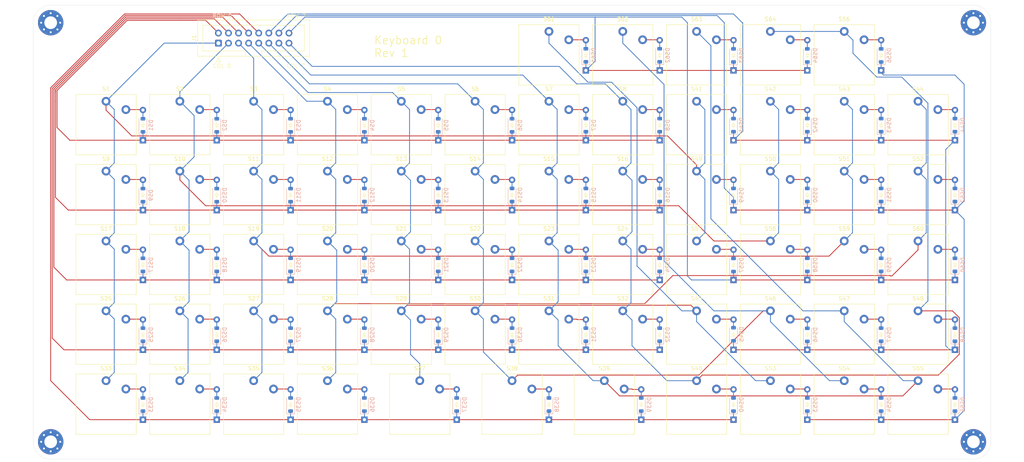
<source format=kicad_pcb>
(kicad_pcb (version 20241229) (generator "pcbnew") (generator_version "9.0")
  (layers (0 "F.Cu" signal) (2 "B.Cu" signal) (13 "F.Paste" user) (15 "B.Paste" user) (5 "F.SilkS" user "F.Silkscreen") (7 "B.SilkS" user "B.Silkscreen") (1 "F.Mask" user) (3 "B.Mask" user) (25 "Edge.Cuts" user))
  (net 0 "")
  (net 1 "Net-(D1-A)")
  (net 2 "Net-(D2-A)")
  (net 3 "Net-(D3-A)")
  (net 4 "Net-(D4-A)")
  (net 5 "Net-(D5-A)")
  (net 6 "Net-(D6-A)")
  (net 7 "Net-(D7-A)")
  (net 8 "Net-(D8-A)")
  (net 9 "Net-(D9-A)")
  (net 10 "Net-(D10-A)")
  (net 11 "Net-(D11-A)")
  (net 12 "Net-(D12-A)")
  (net 13 "Net-(D13-A)")
  (net 14 "Net-(D14-A)")
  (net 15 "Net-(D15-A)")
  (net 16 "Net-(D16-A)")
  (net 17 "Net-(D17-A)")
  (net 18 "Net-(D18-A)")
  (net 19 "Net-(D19-A)")
  (net 20 "Net-(D20-A)")
  (net 21 "Net-(D21-A)")
  (net 22 "Net-(D22-A)")
  (net 23 "Net-(D23-A)")
  (net 24 "Net-(D24-A)")
  (net 25 "Net-(D25-A)")
  (net 26 "Net-(D26-A)")
  (net 27 "Net-(D27-A)")
  (net 28 "Net-(D28-A)")
  (net 29 "Net-(D29-A)")
  (net 30 "Net-(D30-A)")
  (net 31 "Net-(D31-A)")
  (net 32 "Net-(D32-A)")
  (net 33 "Net-(D33-A)")
  (net 34 "Net-(D34-A)")
  (net 35 "Net-(D35-A)")
  (net 36 "Net-(D36-A)")
  (net 37 "Net-(D37-A)")
  (net 38 "Net-(D38-A)")
  (net 39 "Net-(D39-A)")
  (net 40 "Net-(D40-A)")
  (net 41 "Net-(D41-A)")
  (net 42 "Net-(D42-A)")
  (net 43 "Net-(D43-A)")
  (net 44 "Net-(D44-A)")
  (net 45 "Net-(D45-A)")
  (net 46 "Net-(D46-A)")
  (net 47 "Net-(D47-A)")
  (net 48 "Net-(D48-A)")
  (net 49 "Net-(D49-A)")
  (net 50 "Net-(D50-A)")
  (net 51 "Net-(D51-A)")
  (net 52 "Net-(D52-A)")
  (net 53 "Net-(D53-A)")
  (net 54 "Net-(D54-A)")
  (net 55 "Net-(D55-A)")
  (net 56 "Net-(D56-A)")
  (net 57 "Net-(D57-A)")
  (net 58 "Net-(D58-A)")
  (net 59 "Net-(D59-A)")
  (net 60 "Net-(D60-A)")
  (net 61 "Net-(D61-A)")
  (net 62 "Net-(D62-A)")
  (net 63 "Net-(D63-A)")
  (net 64 "Net-(D64-A)")
  (net 65 "COL 0")
  (net 66 "COL 1")
  (net 67 "COL 2")
  (net 68 "COL 3")
  (net 69 "COL 4")
  (net 70 "COL 5")
  (net 71 "COL 6")
  (net 72 "COL 7")
  (net 73 "ROW 0")
  (net 74 "ROW 1")
  (net 75 "ROW 2")
  (net 76 "ROW 3")
  (net 77 "ROW 4")
  (net 78 "ROW 5")
  (net 79 "ROW 6")
  (net 80 "ROW 7")
  (footprint "ScottoKeebs_Components:Diode_DO-35" (layer "F.Cu") (at 84.75 107.67 90)
    (property "Reference" "D27" (hide yes))
    (property "Value" "Diode" (hide yes))
  )
  (footprint "ScottoKeebs_Components:Diode_DO-35" (layer "F.Cu") (at 47.55 54.87 90)
    (property "Reference" "D1" (hide yes))
    (property "Value" "Diode" (hide yes))
  )
  (footprint "ScottoKeebs_Choc:Choc_V1_1.00u" (layer "F.Cu") (at 56.85 68.55)
    (property "Reference" "S10")
    (property "Value" "Keyswitch")
  )
  (footprint "ScottoKeebs_Components:Diode_DO-35" (layer "F.Cu") (at 177.75 107.67 90)
    (property "Reference" "D32" (hide yes))
    (property "Value" "Diode" (hide yes))
  )
  (footprint "ScottoKeebs_Choc:Choc_V1_1.00u" (layer "F.Cu") (at 38.25 68.55)
    (property "Reference" "S9")
    (property "Value" "Keyswitch")
  )
  (footprint "ScottoKeebs_Components:Diode_DO-35" (layer "F.Cu") (at 159.15 107.67 90)
    (property "Reference" "D31" (hide yes))
    (property "Value" "Diode" (hide yes))
  )
  (footprint "ScottoKeebs_Components:Diode_DO-35" (layer "F.Cu") (at 233.55 90.07 90)
    (property "Reference" "D59" (hide yes))
    (property "Value" "Diode" (hide yes))
  )
  (footprint "ScottoKeebs_Choc:Choc_V1_1.00u" (layer "F.Cu") (at 224.25 50.95)
    (property "Reference" "S43")
    (property "Value" "Keyswitch")
  )
  (footprint "ScottoKeebs_Choc:Choc_V1_1.00u" (layer "F.Cu") (at 187.05 68.55)
    (property "Reference" "S49")
    (property "Value" "Keyswitch")
  )
  (footprint "ScottoKeebs_Choc:Choc_V1_1.00u" (layer "F.Cu") (at 38.25 86.15)
    (property "Reference" "S17")
    (property "Value" "Keyswitch")
  )
  (footprint "ScottoKeebs_Components:Diode_DO-35" (layer "F.Cu") (at 126.6 125.27 90)
    (property "Reference" "D37" (hide yes))
    (property "Value" "Diode" (hide yes))
  )
  (footprint "ScottoKeebs_Components:Diode_DO-35" (layer "F.Cu") (at 196.35 107.67 90)
    (property "Reference" "D45" (hide yes))
    (property "Value" "Diode" (hide yes))
  )
  (footprint "ScottoKeebs_Choc:Choc_V1_1.00u" (layer "F.Cu") (at 149.85 86.15)
    (property "Reference" "S23")
    (property "Value" "Keyswitch")
  )
  (footprint "ScottoKeebs_Choc:Choc_V1_1.00u" (layer "F.Cu") (at 149.85 68.55)
    (property "Reference" "S15")
    (property "Value" "Keyswitch")
  )
  (footprint "ScottoKeebs_Choc:Choc_V1_1.00u" (layer "F.Cu") (at 205.65 33.35)
    (property "Reference" "S64")
    (property "Value" "Keyswitch")
  )
  (footprint "ScottoKeebs_Choc:Choc_V1_1.00u" (layer "F.Cu") (at 224.25 103.75)
    (property "Reference" "S47")
    (property "Value" "Keyswitch")
  )
  (footprint "ScottoKeebs_Choc:Choc_V1_1.00u" (layer "F.Cu") (at 112.65 68.55)
    (property "Reference" "S13")
    (property "Value" "Keyswitch")
  )
  (footprint "ScottoKeebs_Components:Diode_DO-35" (layer "F.Cu") (at 140.55 90.07 90)
    (property "Reference" "D22" (hide yes))
    (property "Value" "Diode" (hide yes))
  )
  (footprint "ScottoKeebs_Choc:Choc_V1_1.00u" (layer "F.Cu") (at 168.45 50.95)
    (property "Reference" "S8")
    (property "Value" "Keyswitch")
  )
  (footprint "ScottoKeebs_Choc:Choc_V1_1.00u" (layer "F.Cu") (at 205.65 68.55)
    (property "Reference" "S50")
    (property "Value" "Keyswitch")
  )
  (footprint "ScottoKeebs_Choc:Choc_V1_1.00u" (layer "F.Cu") (at 112.65 86.15)
    (property "Reference" "S21")
    (property "Value" "Keyswitch")
  )
  (footprint "ScottoKeebs_Components:Diode_DO-35" (layer "F.Cu") (at 121.95 72.47 90)
    (property "Reference" "D13" (hide yes))
    (property "Value" "Diode" (hide yes))
  )
  (footprint "ScottoKeebs_Choc:Choc_V1_1.00u" (layer "F.Cu") (at 187.05 86.15)
    (property "Reference" "S57")
    (property "Value" "Keyswitch")
  )
  (footprint "ScottoKeebs_Choc:Choc_V1_1.00u" (layer "F.Cu") (at 75.45 121.35)
    (property "Reference" "S35")
    (property "Value" "Keyswitch")
  )
  (footprint "ScottoKeebs_Components:Diode_DO-35" (layer "F.Cu") (at 177.75 54.87 90)
    (property "Reference" "D8" (hide yes))
    (property "Value" "Diode" (hide yes))
  )
  (footprint "ScottoKeebs_Choc:Choc_V1_1.00u" (layer "F.Cu") (at 149.85 50.95)
    (property "Reference" "S7")
    (property "Value" "Keyswitch")
  )
  (footprint "ScottoKeebs_Components:Diode_DO-35" (layer "F.Cu") (at 47.55 72.47 90)
    (property "Reference" "D9" (hide yes))
    (property "Value" "Diode" (hide yes))
  )
  (footprint "ScottoKeebs_Components:Diode_DO-35" (layer "F.Cu") (at 103.35 107.67 90)
    (property "Reference" "D28" (hide yes))
    (property "Value" "Diode" (hide yes))
  )
  (footprint "ScottoKeebs_Choc:Choc_V1_1.00u" (layer "F.Cu") (at 75.45 86.15)
    (property "Reference" "S19")
    (property "Value" "Keyswitch")
  )
  (footprint "ScottoKeebs_Choc:Choc_V1_1.00u" (layer "F.Cu") (at 187.05 121.35)
    (property "Reference" "S40")
    (property "Value" "Keyswitch")
  )
  (footprint "ScottoKeebs_Components:Diode_DO-35" (layer "F.Cu") (at 214.95 37.27 90)
    (property "Reference" "D64" (hide yes))
    (property "Value" "Diode" (hide yes))
  )
  (footprint "ScottoKeebs_Components:Diode_DO-35" (layer "F.Cu") (at 233.55 125.27 90)
    (property "Reference" "D54" (hide yes))
    (property "Value" "Diode" (hide yes))
  )
  (footprint "ScottoKeebs_Components:Diode_DO-35" (layer "F.Cu") (at 121.95 54.87 90)
    (property "Reference" "D5" (hide yes))
    (property "Value" "Diode" (hide yes))
  )
  (footprint "ScottoKeebs_Choc:Choc_V1_1.00u" (layer "F.Cu") (at 205.65 50.95)
    (property "Reference" "S42")
    (property "Value" "Keyswitch")
  )
  (footprint "ScottoKeebs_Choc:Choc_V1_1.00u" (layer "F.Cu") (at 56.85 50.95)
    (property "Reference" "S2")
    (property "Value" "Keyswitch")
  )
  (footprint "ScottoKeebs_Choc:Choc_V1_1.00u" (layer "F.Cu") (at 38.25 50.95)
    (property "Reference" "S1")
    (property "Value" "Keyswitch")
  )
  (footprint "ScottoKeebs_Components:Diode_DO-35" (layer "F.Cu") (at 47.55 90.07 90)
    (property "Reference" "D17" (hide yes))
    (property "Value" "Diode" (hide yes))
  )
  (footprint "ScottoKeebs_Components:Diode_DO-35" (layer "F.Cu") (at 159.15 90.07 90)
    (property "Reference" "D23" (hide yes))
    (property "Value" "Diode" (hide yes))
  )
  (footprint "ScottoKeebs_Components:Diode_DO-35" (layer "F.Cu") (at 149.85 125.27 90)
    (property "Reference" "D38" (hide yes))
    (property "Value" "Diode" (hide yes))
  )
  (footprint "ScottoKeebs_Components:Diode_DO-35" (layer "F.Cu") (at 252.15 72.47 90)
    (property "Reference" "D52" (hide yes))
    (property "Value" "Diode" (hide yes))
  )
  (footprint "ScottoKeebs_Choc:Choc_V1_1.00u" (layer "F.Cu") (at 163.8 121.35)
    (property "Reference" "S39")
    (property "Value" "Keyswitch")
  )
  (footprint "ScottoKeebs_Components:Diode_DO-35" (layer "F.Cu") (at 121.95 90.07 90)
    (property "Reference" "D21" (hide yes))
    (property "Value" "Diode" (hide yes))
  )
  (footprint "ScottoKeebs_Choc:Choc_V1_1.00u" (layer "F.Cu") (at 94.05 50.95)
    (property "Reference" "S4")
    (property "Value" "Keyswitch")
  )
  (footprint "ScottoKeebs_Components:Diode_DO-35" (layer "F.Cu") (at 214.95 90.07 90)
    (property "Reference" "D58" (hide yes))
    (property "Value" "Diode" (hide yes))
  )
  (footprint "ScottoKeebs_Choc:Choc_V1_1.00u" (layer "F.Cu") (at 75.45 50.95)
    (property "Reference" "S3")
    (property "Value" "Keyswitch")
  )
  (footprint "ScottoKeebs_Components:Diode_DO-35" (layer "F.Cu") (at 196.35 72.47 90)
    (property "Reference" "D49" (hide yes))
    (property "Value" "Diode" (hide yes))
  )
  (footprint "ScottoKeebs_Components:Diode_DO-35" (layer "F.Cu") (at 140.55 107.67 90)
    (property "Reference" "D30" (hide yes))
    (property "Value" "Diode" (hide yes))
  )
  (footprint "ScottoKeebs_Choc:Choc_V1_1.00u" (layer "F.Cu") (at 168.45 86.15)
    (property "Reference" "S24")
    (property "Value" "Keyswitch")
  )
  (footprint "ScottoKeebs_Choc:Choc_V1_1.00u" (layer "F.Cu") (at 75.45 68.55)
    (property "Reference" "S11")
    (property "Value" "Keyswitch")
  )
  (footprint "ScottoKeebs_Components:Diode_DO-35" (layer "F.Cu") (at 214.95 54.87 90)
    (property "Reference" "D42" (hide yes))
    (property "Value" "Diode" (hide yes))
  )
  (footprint "ScottoKeebs_Components:Diode_DO-35" (layer "F.Cu") (at 214.95 72.47 90)
    (property "Reference" "D50" (hide yes))
    (property "Value" "Diode" (hide yes))
  )
  (footprint "ScottoKeebs_Choc:Choc_V1_1.00u" (layer "F.Cu") (at 94.05 68.55)
    (property "Reference" "S12")
    (property "Value" "Keyswitch")
  )
  (footprint "ScottoKeebs_Components:Diode_DO-35" (layer "F.Cu") (at 252.15 90.07 90)
    (property "Reference" "D60" (hide yes))
    (property "Value" "Diode" (hide yes))
  )
  (footprint "ScottoKeebs_Components:Diode_DO-35" (layer "F.Cu") (at 121.95 107.67 90)
    (property "Reference" "D29" (hide yes))
    (property "Value" "Diode" (hide yes))
  )
  (footprint "ScottoKeebs_Components:Diode_DO-35" (layer "F.Cu") (at 159.15 37.27 90)
    (property "Reference" "D61" (hide yes))
    (property "Value" "Diode" (hide yes))
  )
  (footprint "ScottoKeebs_Components:Diode_DO-35" (layer "F.Cu") (at 159.15 72.47 90)
    (property "Reference" "D15" (hide yes))
    (property "Value" "Diode" (hide yes))
  )
  (footprint "ScottoKeebs_Choc:Choc_V1_1.00u" (layer "F.Cu") (at 205.65 103.75)
    (property "Reference" "S46")
    (property "Value" "Keyswitch")
  )
  (footprint "ScottoKeebs_Choc:Choc_V1_1.00u" (layer "F.Cu") (at 168.45 68.55)
    (property "Reference" "S16")
    (property "Value" "Keyswitch")
  )
  (footprint "ScottoKeebs_Components:Diode_DO-35" (layer "F.Cu") (at 84.75 72.47 90)
    (property "Reference" "D11" (hide yes))
    (property "Value" "Diode" (hide yes))
  )
  (footprint "ScottoKeebs_Choc:Choc_V1_1.00u" (layer "F.Cu") (at 224.25 121.35)
    (property "Reference" "S54")
    (property "Value" "Keyswitch")
  )
  (footprint "ScottoKeebs_Choc:Choc_V1_1.00u" (layer "F.Cu") (at 94.05 103.75)
    (property "Reference" "S28")
    (property "Value" "Keyswitch")
  )
  (footprint "ScottoKeebs_Choc:Choc_V1_1.00u" (layer "F.Cu") (at 131.25 68.55)
    (property "Reference" "S14")
    (property "Value" "Keyswitch")
  )
  (footprint "ScottoKeebs_Choc:Choc_V1_1.00u" (layer "F.Cu") (at 94.05 86.15)
    (property "Reference" "S20")
    (property "Value" "Keyswitch")
  )
  (footprint "ScottoKeebs_Components:Diode_DO-35" (layer "F.Cu") (at 103.35 90.07 90)
    (property "Reference" "D20" (hide yes))
    (property "Value" "Diode" (hide yes))
  )
  (footprint "ScottoKeebs_Components:Diode_DO-35" (layer "F.Cu") (at 196.35 37.27 90)
    (property "Reference" "D63" (hide yes))
    (property "Value" "Diode" (hide yes))
  )
  (footprint "ScottoKeebs_Components:Diode_DO-35" (layer "F.Cu") (at 66.15 54.87 90)
    (property "Reference" "D2" (hide yes))
    (property "Value" "Diode" (hide yes))
  )
  (footprint "ScottoKeebs_Choc:Choc_V1_1.00u" (layer "F.Cu") (at 187.05 33.35)
    (property "Reference" "S63")
    (property "Value" "Keyswitch")
  )
  (footprint "ScottoKeebs_Choc:Choc_V1_1.00u" (layer "F.Cu") (at 242.85 86.15)
    (property "Reference" "S60")
    (property "Value" "Keyswitch")
  )
  (footprint "ScottoKeebs_Components:Diode_DO-35" (layer "F.Cu") (at 66.15 107.67 90)
    (property "Reference" "D26" (hide yes))
    (property "Value" "Diode" (hide yes))
  )
  (footprint "ScottoKeebs_Choc:Choc_V1_1.00u" (layer "F.Cu") (at 187.05 50.95)
    (property "Reference" "S41")
    (property "Value" "Keyswitch")
  )
  (footprint "ScottoKeebs_Choc:Choc_V1_1.00u" (layer "F.Cu") (at 112.65 103.75)
    (property "Reference" "S29")
    (property "Value" "Keyswitch")
  )
  (footprint "MountingHole:MountingHole_3.2mm_M3_Pad_Via" (layer "F.Cu") (at 256.8 130.85)
    (property "Reference" "REF**" (hide yes))
    (property "Value" "MountingHole_3.2mm_M3_Pad_Via" (hide yes))
  )
  (footprint "ScottoKeebs_Choc:Choc_V1_1.00u" (layer "F.Cu") (at 149.85 103.75)
    (property "Reference" "S31")
    (property "Value" "Keyswitch")
  )
  (footprint "ScottoKeebs_Components:Diode_DO-35" (layer "F.Cu") (at 159.15 54.87 90)
    (property "Reference" "D7" (hide yes))
    (property "Value" "Diode" (hide yes))
  )
  (footprint "ScottoKeebs_Components:Diode_DO-35" (layer "F.Cu") (at 196.35 54.87 90)
    (property "Reference" "D41" (hide yes))
    (property "Value" "Diode" (hide yes))
  )
  (footprint "ScottoKeebs_Components:Diode_DO-35" (layer "F.Cu") (at 103.35 54.87 90)
    (property "Reference" "D4" (hide yes))
    (property "Value" "Diode" (hide yes))
  )
  (footprint "ScottoKeebs_Choc:Choc_V1_1.00u" (layer "F.Cu") (at 168.45 33.35)
    (property "Reference" "S62")
    (property "Value" "Keyswitch")
  )
  (footprint "ScottoKeebs_Choc:Choc_V1_1.00u" (layer "F.Cu") (at 187.05 103.75)
    (property "Reference" "S45")
    (property "Value" "Keyswitch")
  )
  (footprint "ScottoKeebs_Components:Diode_DO-35" (layer "F.Cu") (at 252.15 107.67 90)
    (property "Reference" "D48" (hide yes))
    (property "Value" "Diode" (hide yes))
  )
  (footprint "ScottoKeebs_Components:Diode_DO-35" (layer "F.Cu") (at 177.75 72.47 90)
    (property "Reference" "D16" (hide yes))
    (property "Value" "Diode" (hide yes))
  )
  (footprint "ScottoKeebs_Choc:Choc_V1_1.00u" (layer "F.Cu") (at 242.85 50.95)
    (property "Reference" "S44")
    (property "Value" "Keyswitch")
  )
  (footprint "Connector_IDC:IDC-Header_2x08_P2.54mm_Vertical" (layer "F.Cu") (at 66.56 30.4025 90)
    (property "Reference" "J1")
    (property "Value" "Conn_01x16_MountingPin")
  )
  (footprint "ScottoKeebs_Components:Diode_DO-35" (layer "F.Cu") (at 66.15 125.27 90)
    (property "Reference" "D34" (hide yes))
    (property "Value" "Diode" (hide yes))
  )
  (footprint "ScottoKeebs_Choc:Choc_V1_1.00u" (layer "F.Cu") (at 149.85 33.35)
    (property "Reference" "S61")
    (property "Value" "Keyswitch")
  )
  (footprint "ScottoKeebs_Choc:Choc_V1_1.00u" (layer "F.Cu") (at 224.25 68.55)
    (property "Reference" "S51")
    (property "Value" "Keyswitch")
  )
  (footprint "ScottoKeebs_Components:Diode_DO-35" (layer "F.Cu") (at 252.15 54.87 90)
    (property "Reference" "D44" (hide yes))
    (property "Value" "Diode" (hide yes))
  )
  (footprint "ScottoKeebs_Choc:Choc_V1_1.00u" (layer "F.Cu") (at 242.85 121.35)
    (property "Reference" "S55")
    (property "Value" "Keyswitch")
  )
  (footprint "ScottoKeebs_Components:Diode_DO-35" (layer "F.Cu") (at 233.55 54.87 90)
    (property "Reference" "D43" (hide yes))
    (property "Value" "Diode" (hide yes))
  )
  (footprint "ScottoKeebs_Components:Diode_DO-35" (layer "F.Cu") (at 47.55 107.67 90)
    (property "Reference" "D25" (hide yes))
    (property "Value" "Diode" (hide yes))
  )
  (footprint "ScottoKeebs_Choc:Choc_V1_1.00u" (layer "F.Cu") (at 117.3 121.35)
    (property "Reference" "S37")
    (property "Value" "Keyswitch")
  )
  (footprint "ScottoKeebs_Components:Diode_DO-35" (layer "F.Cu") (at 103.35 72.47 90)
    (property "Reference" "D12" (hide yes))
    (property "Value" "Diode" (hide yes))
  )
  (footprint "ScottoKeebs_Choc:Choc_V1_1.00u" (layer "F.Cu") (at 140.55 121.35)
    (property "Reference" "S38")
    (property "Value" "Keyswitch")
  )
  (footprint "ScottoKeebs_Choc:Choc_V1_1.00u" (layer "F.Cu") (at 131.25 103.75)
    (property "Reference" "S30")
    (property "Value" "Keyswitch")
  )
  (footprint "ScottoKeebs_Components:Diode_DO-35" (layer "F.Cu") (at 177.75 90.07 90)
    (property "Reference" "D24" (hide yes))
    (property "Value" "Diode" (hide yes))
  )
  (footprint "ScottoKeebs_Components:Diode_DO-35" (layer "F.Cu") (at 252.15 125.27 90)
    (property "Reference" "D55" (hide yes))
    (property "Value" "Diode" (hide yes))
  )
  (footprint "ScottoKeebs_Components:Diode_DO-35" (layer "F.Cu") (at 140.55 72.47 90)
    (property "Reference" "D14" (hide yes))
    (property "Value" "Diode" (hide yes))
  )
  (footprint "ScottoKeebs_Components:Diode_DO-35" (layer "F.Cu") (at 140.55 54.87 90)
    (property "Reference" "D6" (hide yes))
    (property "Value" "Diode" (hide yes))
  )
  (footprint "ScottoKeebs_Choc:Choc_V1_1.00u" (layer "F.Cu") (at 224.25 33.35)
    (property "Reference" "S56")
    (property "Value" "Keyswitch")
  )
  (footprint "ScottoKeebs_Components:Diode_DO-35" (layer "F.Cu") (at 233.55 37.27 90)
    (property "Reference" "D56" (hide yes))
    (property "Value" "Diode" (hide yes))
  )
  (footprint "ScottoKeebs_Choc:Choc_V1_1.00u" (layer "F.Cu") (at 131.25 50.95)
    (property "Reference" "S6")
    (property "Value" "Keyswitch")
  )
  (footprint "ScottoKeebs_Components:Diode_DO-35" (layer "F.Cu") (at 84.75 125.27 90)
    (property "Reference" "D35" (hide yes))
    (property "Value" "Diode" (hide yes))
  )
  (footprint "ScottoKeebs_Choc:Choc_V1_1.00u" (layer "F.Cu") (at 131.25 86.15)
    (property "Reference" "S22")
    (property "Value" "Keyswitch")
  )
  (footprint "ScottoKeebs_Components:Diode_DO-35" (layer "F.Cu") (at 173.1 125.27 90)
    (property "Reference" "D39" (hide yes))
    (property "Value" "Diode" (hide yes))
  )
  (footprint "ScottoKeebs_Choc:Choc_V1_1.00u" (layer "F.Cu") (at 75.45 103.75)
    (property "Reference" "S27")
    (property "Value" "Keyswitch")
  )
  (footprint "MountingHole:MountingHole_3.2mm_M3_Pad_Via" (layer "F.Cu") (at 24.3 25.25)
    (property "Reference" "REF**" (hide yes))
    (property "Value" "MountingHole_3.2mm_M3_Pad_Via")
  )
  (footprint "ScottoKeebs_Components:Diode_DO-35" (layer "F.Cu") (at 103.35 125.27 90)
    (property "Reference" "D36" (hide yes))
    (property "Value" "Diode" (hide yes))
  )
  (footprint "ScottoKeebs_Choc:Choc_V1_1.00u" (layer "F.Cu") (at 112.65 50.95)
    (property "Reference" "S5")
    (property "Value" "Keyswitch")
  )
  (footprint "ScottoKeebs_Components:Diode_DO-35" (layer "F.Cu") (at 214.95 107.67 90)
    (property "Reference" "D46" (hide yes))
    (property "Value" "Diode" (hide yes))
  )
  (footprint "ScottoKeebs_Choc:Choc_V1_1.00u" (layer "F.Cu") (at 205.65 86.15)
    (property "Reference" "S58")
    (property "Value" "Keyswitch")
  )
  (footprint "ScottoKeebs_Choc:Choc_V1_1.00u" (layer "F.Cu") (at 56.85 121.35)
    (property "Reference" "S34")
    (property "Value" "Keyswitch")
  )
  (footprint "ScottoKeebs_Choc:Choc_V1_1.00u" (layer "F.Cu") (at 224.25 86.15)
    (property "Reference" "S59")
    (property "Value" "Keyswitch")
  )
  (footprint "MountingHole:MountingHole_3.2mm_M3_Pad_Via" (layer "F.Cu") (at 256.8 25.25)
    (property "Reference" "REF**" (hide yes))
    (property "Value" "MountingHole_3.2mm_M3_Pad_Via")
  )
  (footprint "ScottoKeebs_Components:Diode_DO-35" (layer "F.Cu") (at 233.55 107.67 90)
    (property "Reference" "D47" (hide yes))
    (property "Value" "Diode" (hide yes))
  )
  (footprint "MountingHole:MountingHole_3.2mm_M3_Pad_Via" (layer "F.Cu") (at 24.3 130.85)
    (property "Reference" "REF**" (hide yes))
    (property "Value" "MountingHole_3.2mm_M3_Pad_Via")
  )
  (footprint "ScottoKeebs_Components:Diode_DO-35" (layer "F.Cu") (at 196.35 90.07 90)
    (property "Reference" "D57" (hide yes))
    (property "Value" "Diode" (hide yes))
  )
  (footprint "ScottoKeebs_Choc:Choc_V1_1.00u" (layer "F.Cu") (at 38.25 103.75)
    (property "Reference" "S25")
    (property "Value" "Keyswitch")
  )
  (footprint "ScottoKeebs_Choc:Choc_V1_1.00u" (layer "F.Cu") (at 242.85 68.55)
    (property "Reference" "S52")
    (property "Value" "Keyswitch")
  )
  (footprint "ScottoKeebs_Choc:Choc_V1_1.00u" (layer "F.Cu") (at 168.45 103.75)
    (property "Reference" "S32")
    (property "Value" "Keyswitch")
  )
  (footprint "ScottoKeebs_Choc:Choc_V1_1.00u" (layer "F.Cu") (at 242.85 103.75)
    (property "Reference" "S48")
    (property "Value" "Keyswitch")
  )
  (footprint "ScottoKeebs_Choc:Choc_V1_1.00u" (layer "F.Cu") (at 38.25 121.35)
    (property "Reference" "S33")
    (property "Value" "Keyswitch")
  )
  (footprint "ScottoKeebs_Components:Diode_DO-35" (layer "F.Cu") (at 233.55 72.47 90)
    (property "Reference" "D51" (hide yes))
    (property "Value" "Diode" (hide yes))
  )
  (footprint "ScottoKeebs_Choc:Choc_V1_1.00u" (layer "F.Cu") (at 205.65 121.35)
    (property "Reference" "S53")
    (property "Value" "Keyswitch")
  )
  (footprint "ScottoKeebs_Components:Diode_DO-35" (layer "F.Cu") (at 177.75 37.27 90)
    (property "Reference" "D62" (hide yes))
    (property "Value" "Diode" (hide yes))
  )
  (footprint "ScottoKeebs_Components:Diode_DO-35" (layer "F.Cu") (at 196.35 125.27 90)
    (property "Reference" "D40" (hide yes))
    (property "Value" "Diode" (hide yes))
  )
  (footprint "ScottoKeebs_Choc:Choc_V1_1.00u" (layer "F.Cu") (at 56.85 86.15)
    (property "Reference" "S18")
    (property "Value" "Keyswitch")
  )
  (footprint "ScottoKeebs_Components:Diode_DO-35" (layer "F.Cu") (at 214.95 125.27 90)
    (property "Reference" "D53" (hide yes))
    (property "Value" "Diode" (hide yes))
  )
  (footprint "ScottoKeebs_Choc:Choc_V1_1.00u" (layer "F.Cu") (at 56.85 103.75)
    (property "Reference" "S26")
    (property "Value" "Keyswitch")
  )
  (footprint "ScottoKeebs_Components:Diode_DO-35" (layer "F.Cu") (at 47.55 125.27 90)
    (property "Reference" "D33" (hide yes))
    (property "Value" "Diode" (hide yes))
  )
  (footprint "ScottoKeebs_Components:Diode_DO-35" (layer "F.Cu") (at 66.15 90.07 90)
    (property "Reference" "D18" (hide yes))
    (property "Value" "Diode" (hide yes))
  )
  (footprint "ScottoKeebs_Components:Diode_DO-35" (layer "F.Cu") (at 84.75 54.87 90)
    (property "Reference" "D3" (hide yes))
    (property "Value" "Diode" (hide yes))
  )
  (footprint "ScottoKeebs_Choc:Choc_V1_1.00u" (layer "F.Cu") (at 94.05 121.35)
    (property "Reference" "S36")
    (property "Value" "Keyswitch")
  )
  (footprint "ScottoKeebs_Components:Diode_DO-35" (layer "F.Cu") (at 84.75 90.07 90)
    (property "Reference" "D19" (hide yes))
    (property "Value" "Diode" (hide yes))
  )
  (footprint "ScottoKeebs_Components:Diode_DO-35" (layer "F.Cu") (at 66.15 72.47 90)
    (property "Reference" "D10" (hide yes))
    (property "Value" "Diode" (hide yes))
  )
  (footprint "Diode_SMD:D_SOD-123" (layer "B.Cu") (at 47.55 103.86 90)
    (property "Reference" "DS25")
    (property "Value" "1N4148W")
  )
  (footprint "Diode_SMD:D_SOD-123" (layer "B.Cu") (at 66.15 121.46 90)
    (property "Reference" "DS34")
    (property "Value" "1N4148W")
  )
  (footprint "Diode_SMD:D_SOD-123" (layer "B.Cu") (at 103.35 103.86 90)
    (property "Reference" "DS28")
    (property "Value" "1N4148W")
  )
  (footprint "Diode_SMD:D_SOD-123" (layer "B.Cu") (at 252.15 103.86 90)
    (property "Reference" "DS48")
    (property "Value" "1N4148W")
  )
  (footprint "Diode_SMD:D_SOD-123" (layer "B.Cu") (at 233.55 68.66 90)
    (property "Reference" "DS51")
    (property "Value" "1N4148W")
  )
  (footprint "Diode_SMD:D_SOD-123" (layer "B.Cu") (at 177.75 51.06 90)
    (property "Reference" "DS8")
    (property "Value" "1N4148W")
  )
  (footprint "Diode_SMD:D_SOD-123" (layer "B.Cu") (at 214.95 51.06 90)
    (property "Reference" "DS42")
    (property "Value" "1N4148W")
  )
  (footprint "Diode_SMD:D_SOD-123" (layer "B.Cu") (at 121.95 51.1 90)
    (property "Reference" "DS5")
    (property "Value" "1N4148W")
  )
  (footprint "Diode_SMD:D_SOD-123" (layer "B.Cu") (at 121.95 103.9 90)
    (property "Reference" "DS29")
    (property "Value" "1N4148W")
  )
  (footprint "Diode_SMD:D_SOD-123" (layer "B.Cu") (at 84.75 86.26 90)
    (property "Reference" "DS19")
    (property "Value" "1N4148W")
  )
  (footprint "Diode_SMD:D_SOD-123" (layer "B.Cu") (at 196.35 86.3 90)
    (property "Reference" "DS57")
    (property "Value" "1N4148W")
  )
  (footprint "Diode_SMD:D_SOD-123" (layer "B.Cu") (at 233.55 51.06 90)
    (property "Reference" "DS43")
    (property "Value" "1N4148W")
  )
  (footprint "Diode_SMD:D_SOD-123" (layer "B.Cu") (at 196.35 68.66 90)
    (property "Reference" "DS49")
    (property "Value" "1N4148W")
  )
  (footprint "Diode_SMD:D_SOD-123" (layer "B.Cu") (at 140.55 68.66 90)
    (property "Reference" "DS14")
    (property "Value" "1N4148W")
  )
  (footprint "Diode_SMD:D_SOD-123" (layer "B.Cu") (at 233.55 121.46 90)
    (property "Reference" "DS54")
    (property "Value" "1N4148W")
  )
  (footprint "Diode_SMD:D_SOD-123" (layer "B.Cu") (at 66.15 51.1 90)
    (property "Reference" "DS2")
    (property "Value" "1N4148W")
  )
  (footprint "Diode_SMD:D_SOD-123" (layer "B.Cu") (at 252.15 86.26 90)
    (property "Reference" "DS60")
    (property "Value" "1N4148W")
  )
  (footprint "Diode_SMD:D_SOD-123" (layer "B.Cu") (at 149.85 121.46 90)
    (property "Reference" "DS38")
    (property "Value" "1N4148W")
  )
  (footprint "Diode_SMD:D_SOD-123" (layer "B.Cu") (at 140.55 51.1 90)
    (property "Reference" "DS6")
    (property "Value" "1N4148W")
  )
  (footprint "Diode_SMD:D_SOD-123" (layer "B.Cu") (at 233.55 86.26 90)
    (property "Reference" "DS59")
    (property "Value" "1N4148W")
  )
  (footprint "Diode_SMD:D_SOD-123" (layer "B.Cu") (at 66.15 103.86 90)
    (property "Reference" "DS26")
    (property "Value" "1N4148W")
  )
  (footprint "Diode_SMD:D_SOD-123" (layer "B.Cu") (at 84.75 103.86 90)
    (property "Reference" "DS27")
    (property "Value" "1N4148W")
  )
  (footprint "Diode_SMD:D_SOD-123" (layer "B.Cu") (at 177.75 103.86 90)
    (property "Reference" "DS32")
    (property "Value" "1N4148W")
  )
  (footprint "Diode_SMD:D_SOD-123" (layer "B.Cu") (at 121.95 68.66 90)
    (property "Reference" "DS13")
    (property "Value" "1N4148W")
  )
  (footprint "Diode_SMD:D_SOD-123" (layer "B.Cu") (at 252.15 51.06 90)
    (property "Reference" "DS44")
    (property "Value" "1N4148W")
  )
  (footprint "Diode_SMD:D_SOD-123" (layer "B.Cu") (at 177.75 86.26 90)
    (property "Reference" "DS24")
    (property "Value" "1N4148W")
  )
  (footprint "Diode_SMD:D_SOD-123" (layer "B.Cu") (at 214.95 33.5 90)
    (property "Reference" "DS64")
    (property "Value" "1N4148W")
  )
  (footprint "Diode_SMD:D_SOD-123" (layer "B.Cu") (at 47.55 86.26 90)
    (property "Reference" "DS17")
    (property "Value" "1N4148W")
  )
  (footprint "Diode_SMD:D_SOD-123" (layer "B.Cu") (at 252.15 68.66 90)
    (property "Reference" "DS52")
    (property "Value" "1N4148W")
  )
  (footprint "Diode_SMD:D_SOD-123" (layer "B.Cu") (at 233.55 33.5 90)
    (property "Reference" "DS56")
    (property "Value" "1N4148W")
  )
  (footprint "Diode_SMD:D_SOD-123" (layer "B.Cu") (at 103.35 121.46 90)
    (property "Reference" "DS36")
    (property "Value" "1N4148W")
  )
  (footprint "Diode_SMD:D_SOD-123" (layer "B.Cu") (at 140.55 86.26 90)
    (property "Reference" "DS22")
    (property "Value" "1N4148W")
  )
  (footprint "Diode_SMD:D_SOD-123" (layer "B.Cu") (at 84.75 51.1 90)
    (property "Reference" "DS3")
    (property "Value" "1N4148W")
  )
  (footprint "Diode_SMD:D_SOD-123" (layer "B.Cu") (at 103.35 51.1 90)
    (property "Reference" "DS4")
    (property "Value" "1N4148W")
  )
  (footprint "Diode_SMD:D_SOD-123" (layer "B.Cu") (at 140.55 103.86 90)
    (property "Reference" "DS30")
    (property "Value" "1N4148W")
  )
  (footprint "Diode_SMD:D_SOD-123" (layer "B.Cu") (at 196.35 103.75 90)
    (property "Reference" "DS45")
    (property "Value" "1N4148W")
  )
  (footprint "Diode_SMD:D_SOD-123" (layer "B.Cu") (at 159.15 68.66 90)
    (property "Reference" "DS15")
    (property "Value" "1N4148W")
  )
  (footprint "Diode_SMD:D_SOD-123" (layer "B.Cu") (at 84.75 121.46 90)
    (property "Reference" "DS35")
    (property "Value" "1N4148W")
  )
  (footprint "Diode_SMD:D_SOD-123" (layer "B.Cu") (at 159.15 103.86 90)
    (property "Reference" "DS31")
    (property "Value" "1N4148W")
  )
  (footprint "Diode_SMD:D_SOD-123" (layer "B.Cu") (at 84.75 68.7 90)
    (property "Reference" "DS11")
    (property "Value" "1N4148W")
  )
  (footprint "Diode_SMD:D_SOD-123" (layer "B.Cu") (at 177.75 33.46 90)
    (property "Reference" "DS62")
    (property "Value" "1N4148W")
  )
  (footprint "Diode_SMD:D_SOD-123" (layer "B.Cu") (at 159.15 86.26 90)
    (property "Reference" "DS23")
    (property "Value" "1N4148W")
  )
  (footprint "Diode_SMD:D_SOD-123" (layer "B.Cu") (at 177.75 68.66 90)
    (property "Reference" "DS16")
    (property "Value" "1N4148W")
  )
  (footprint "Diode_SMD:D_SOD-123" (layer "B.Cu") (at 196.35 51.06 90)
    (property "Reference" "DS41")
    (property "Value" "1N4148W")
  )
  (footprint "Diode_SMD:D_SOD-123" (layer "B.Cu") (at 121.95 86.26 90)
    (property "Reference" "DS21")
    (property "Value" "1N4148W")
  )
  (footprint "Diode_SMD:D_SOD-123" (layer "B.Cu") (at 214.95 86.26 90)
    (property "Reference" "DS58")
    (property "Value" "1N4148W")
  )
  (footprint "Diode_SMD:D_SOD-123" (layer "B.Cu") (at 126.6 121.46 90)
    (property "Reference" "DS37")
    (property "Value" "1N4148W")
  )
  (footprint "Diode_SMD:D_SOD-123" (layer "B.Cu") (at 66.15 86.26 90)
    (property "Reference" "DS18")
    (property "Value" "1N4148W")
  )
  (footprint "Diode_SMD:D_SOD-123" (layer "B.Cu") (at 214.95 103.9 90)
    (property "Reference" "DS46")
    (property "Value" "1N4148W")
  )
  (footprint "Diode_SMD:D_SOD-123" (layer "B.Cu") (at 103.35 68.66 90)
    (property "Reference" "DS12")
    (property "Value" "1N4148W")
  )
  (footprint "Diode_SMD:D_SOD-123" (layer "B.Cu") (at 173.1 121.46 90)
    (property "Reference" "DS39")
    (property "Value" "1N4148W")
  )
  (footprint "Diode_SMD:D_SOD-123" (layer "B.Cu") (at 252.15 121.46 90)
    (property "Reference" "DS55")
    (property "Value" "1N4148W")
  )
  (footprint "Diode_SMD:D_SOD-123" (layer "B.Cu") (at 233.55 103.86 90)
    (property "Reference" "DS47")
    (property "Value" "1N4148W")
  )
  (footprint "Diode_SMD:D_SOD-123" (layer "B.Cu") (at 66.15 68.7 90)
    (property "Reference" "DS10")
    (property "Value" "1N4148W")
  )
  (footprint "Diode_SMD:D_SOD-123" (layer "B.Cu") (at 103.35 86.26 90)
    (property "Reference" "DS20")
    (property "Value" "1N4148W")
  )
  (footprint "Diode_SMD:D_SOD-123" (layer "B.Cu") (at 196.35 121.46 90)
    (property "Reference" "DS40")
    (property "Value" "1N4148W")
  )
  (footprint "Diode_SMD:D_SOD-123" (layer "B.Cu") (at 159.15 51.06 90)
    (property "Reference" "DS7")
    (property "Value" "1N4148W")
  )
  (footprint "Diode_SMD:D_SOD-123" (layer "B.Cu") (at 47.55 121.46 90)
    (property "Reference" "DS33")
    (property "Value" "1N4148W")
  )
  (footprint "Diode_SMD:D_SOD-123" (layer "B.Cu") (at 159.15 33.46 90)
    (property "Reference" "DS61")
    (property "Value" "1N4148W")
  )
  (footprint "Diode_SMD:D_SOD-123" (layer "B.Cu") (at 214.95 121.46 90)
    (property "Reference" "DS53")
    (property "Value" "1N4148W")
  )
  (footprint "Diode_SMD:D_SOD-123" (layer "B.Cu") (at 214.95 68.66 90)
    (property "Reference" "DS50")
    (property "Value" "1N4148W")
  )
  (footprint "Diode_SMD:D_SOD-123" (layer "B.Cu") (at 47.55 51.1 90)
    (property "Reference" "DS1")
    (property "Value" "1N4148W")
  )
  (footprint "Diode_SMD:D_SOD-123" (layer "B.Cu") (at 196.35 33.5 90)
    (property "Reference" "DS63")
    (property "Value" "1N4148W")
  )
  (footprint "Diode_SMD:D_SOD-123" (layer "B.Cu") (at 47.55 68.7 90)
    (property "Reference" "DS9")
    (property "Value" "1N4148W")
  )
  (gr_arc (start 261.2 130.85) (mid 259.91127 133.96127) (end 256.8 135.25) (stroke (width 0.05)) (layer "Edge.Cuts"))
  (gr_line (start 19.9 25.25) (end 19.9 130.85) (stroke (width 0.05)) (layer "Edge.Cuts"))
  (gr_line (start 261.2 130.85) (end 261.2 25.25) (stroke (width 0.05)) (layer "Edge.Cuts"))
  (gr_arc (start 24.3 135.25) (mid 21.18873 133.96127) (end 19.9 130.85) (stroke (width 0.05)) (layer "Edge.Cuts"))
  (gr_line (start 24.3 135.25) (end 256.8 135.25) (stroke (width 0.05)) (layer "Edge.Cuts"))
  (gr_arc (start 256.8 20.85) (mid 259.91127 22.13873) (end 261.2 25.25) (stroke (width 0.05)) (layer "Edge.Cuts"))
  (gr_arc (start 19.9 25.25) (mid 21.18873 22.13873) (end 24.3 20.85) (stroke (width 0.05)) (layer "Edge.Cuts"))
  (gr_line (start 24.3 20.85) (end 256.8 20.85) (stroke (width 0.05)) (layer "Edge.Cuts"))
  (gr_text "ROW 7" (at 83.605312 24.089973 0) (layer "F.SilkS") (effects (font (size 1 1) (thickness 0.1)) (justify left bottom)))
  (gr_text "COL 0" (at 65.131703 36.721217 0) (layer "F.SilkS") (effects (font (size 1 1) (thickness 0.1)) (justify left bottom)))
  (gr_text "Keyboard 0\nRev 1\n" (at 105.675 34.05 0) (layer "F.SilkS") (effects (font (size 2 2) (thickness 0.2)) (justify left bottom)))
  (gr_text "ROW 0" (at 65.005312 24.089973 0) (layer "F.SilkS") (effects (font (size 1 1) (thickness 0.1)) (justify left bottom)))
  (gr_text "COL 7" (at 83.731703 36.721217 0) (layer "F.SilkS") (effects (font (size 1 1) (thickness 0.1)) (justify left bottom)))
  (segment (start 43.25 47.15) (end 47.45 47.15) (width 0.2) (layer "F.Cu") (net 1))
  (segment (start 47.45 47.15) (end 47.55 47.25) (width 0.2) (layer "F.Cu") (net 1))
  (segment (start 47.55 47.25) (end 47.55 49.45) (width 0.2) (layer "B.Cu") (net 1))
  (segment (start 61.85 47.15) (end 66.05 47.15) (width 0.2) (layer "F.Cu") (net 2))
  (segment (start 66.05 47.15) (end 66.15 47.25) (width 0.2) (layer "F.Cu") (net 2))
  (segment (start 66.15 47.25) (end 66.15 49.45) (width 0.2) (layer "B.Cu") (net 2))
  (segment (start 80.45 47.15) (end 84.65 47.15) (width 0.2) (layer "F.Cu") (net 3))
  (segment (start 84.65 47.15) (end 84.75 47.25) (width 0.2) (layer "F.Cu") (net 3))
  (segment (start 84.75 47.25) (end 84.75 49.45) (width 0.2) (layer "B.Cu") (net 3))
  (segment (start 99.05 47.15) (end 103.25 47.15) (width 0.2) (layer "F.Cu") (net 4))
  (segment (start 103.25 47.15) (end 103.35 47.25) (width 0.2) (layer "F.Cu") (net 4))
  (segment (start 103.35 47.25) (end 103.35 49.45) (width 0.2) (layer "B.Cu") (net 4))
  (segment (start 121.85 47.15) (end 121.95 47.25) (width 0.2) (layer "F.Cu") (net 5))
  (segment (start 117.65 47.15) (end 121.85 47.15) (width 0.2) (layer "F.Cu") (net 5))
  (segment (start 121.95 47.25) (end 121.95 49.45) (width 0.2) (layer "B.Cu") (net 5))
  (segment (start 136.25 47.15) (end 140.45 47.15) (width 0.2) (layer "F.Cu") (net 6))
  (segment (start 140.45 47.15) (end 140.55 47.25) (width 0.2) (layer "F.Cu") (net 6))
  (segment (start 140.55 47.25) (end 140.55 49.45) (width 0.2) (layer "B.Cu") (net 6))
  (segment (start 159.05 47.15) (end 159.15 47.25) (width 0.2) (layer "F.Cu") (net 7))
  (segment (start 154.85 47.15) (end 159.05 47.15) (width 0.2) (layer "F.Cu") (net 7))
  (segment (start 159.15 47.25) (end 159.15 49.41) (width 0.2) (layer "B.Cu") (net 7))
  (segment (start 173.45 47.15) (end 177.65 47.15) (width 0.2) (layer "F.Cu") (net 8))
  (segment (start 177.65 47.15) (end 177.75 47.25) (width 0.2) (layer "F.Cu") (net 8))
  (segment (start 177.75 47.25) (end 177.75 49.41) (width 0.2) (layer "B.Cu") (net 8))
  (segment (start 43.25 64.75) (end 47.45 64.75) (width 0.2) (layer "F.Cu") (net 9))
  (segment (start 47.45 64.75) (end 47.55 64.85) (width 0.2) (layer "F.Cu") (net 9))
  (segment (start 47.55 64.85) (end 47.55 67.05) (width 0.2) (layer "B.Cu") (net 9))
  (segment (start 66.05 64.75) (end 66.15 64.85) (width 0.2) (layer "F.Cu") (net 10))
  (segment (start 61.85 64.75) (end 66.05 64.75) (width 0.2) (layer "F.Cu") (net 10))
  (segment (start 66.15 64.85) (end 66.15 67.05) (width 0.2) (layer "B.Cu") (net 10))
  (segment (start 80.45 64.75) (end 84.65 64.75) (width 0.2) (layer "F.Cu") (net 11))
  (segment (start 84.65 64.75) (end 84.75 64.85) (width 0.2) (layer "F.Cu") (net 11))
  (segment (start 84.75 64.85) (end 84.75 67.05) (width 0.2) (layer "B.Cu") (net 11))
  (segment (start 99.05 64.75) (end 103.25 64.75) (width 0.2) (layer "F.Cu") (net 12))
  (segment (start 103.25 64.75) (end 103.35 64.85) (width 0.2) (layer "F.Cu") (net 12))
  (segment (start 103.35 64.85) (end 103.35 67.01) (width 0.2) (layer "B.Cu") (net 12))
  (segment (start 117.65 64.75) (end 121.85 64.75) (width 0.2) (layer "F.Cu") (net 13))
  (segment (start 121.85 64.75) (end 121.95 64.85) (width 0.2) (layer "F.Cu") (net 13))
  (segment (start 121.95 64.85) (end 121.95 67.01) (width 0.2) (layer "B.Cu") (net 13))
  (segment (start 136.25 64.75) (end 140.45 64.75) (width 0.2) (layer "F.Cu") (net 14))
  (segment (start 140.45 64.75) (end 140.55 64.85) (width 0.2) (layer "F.Cu") (net 14))
  (segment (start 140.55 64.85) (end 140.55 67.01) (width 0.2) (layer "B.Cu") (net 14))
  (segment (start 159.05 64.75) (end 159.15 64.85) (width 0.2) (layer "F.Cu") (net 15))
  (segment (start 154.85 64.75) (end 159.05 64.75) (width 0.2) (layer "F.Cu") (net 15))
  (segment (start 159.15 64.85) (end 159.15 67.01) (width 0.2) (layer "B.Cu") (net 15))
  (segment (start 173.45 64.75) (end 177.65 64.75) (width 0.2) (layer "F.Cu") (net 16))
  (segment (start 177.65 64.75) (end 177.75 64.85) (width 0.2) (layer "F.Cu") (net 16))
  (segment (start 177.75 64.85) (end 177.75 67.01) (width 0.2) (layer "B.Cu") (net 16))
  (segment (start 47.45 82.35) (end 47.55 82.45) (width 0.2) (layer "F.Cu") (net 17))
  (segment (start 43.25 82.35) (end 47.45 82.35) (width 0.2) (layer "F.Cu") (net 17))
  (segment (start 47.55 84.61) (end 47.55 82.45) (width 0.2) (layer "B.Cu") (net 17))
  (segment (start 61.85 82.35) (end 66.05 82.35) (width 0.2) (layer "F.Cu") (net 18))
  (segment (start 66.05 82.35) (end 66.15 82.45) (width 0.2) (layer "F.Cu") (net 18))
  (segment (start 66.15 84.61) (end 66.15 82.45) (width 0.2) (layer "B.Cu") (net 18))
  (segment (start 84.65 82.35) (end 84.75 82.45) (width 0.2) (layer "F.Cu") (net 19))
  (segment (start 80.45 82.35) (end 84.65 82.35) (width 0.2) (layer "F.Cu") (net 19))
  (segment (start 84.75 84.61) (end 84.75 82.45) (width 0.2) (layer "B.Cu") (net 19))
  (segment (start 103.25 82.35) (end 103.35 82.45) (width 0.2) (layer "F.Cu") (net 20))
  (segment (start 99.05 82.35) (end 103.25 82.35) (width 0.2) (layer "F.Cu") (net 20))
  (segment (start 103.35 84.61) (end 103.35 82.45) (width 0.2) (layer "B.Cu") (net 20))
  (segment (start 121.85 82.35) (end 121.95 82.45) (width 0.2) (layer "F.Cu") (net 21))
  (segment (start 117.65 82.35) (end 121.85 82.35) (width 0.2) (layer "F.Cu") (net 21))
  (segment (start 121.95 84.61) (end 121.95 82.45) (width 0.2) (layer "B.Cu") (net 21))
  (segment (start 140.45 82.35) (end 140.55 82.45) (width 0.2) (layer "F.Cu") (net 22))
  (segment (start 136.25 82.35) (end 140.45 82.35) (width 0.2) (layer "F.Cu") (net 22))
  (segment (start 140.55 84.61) (end 140.55 82.45) (width 0.2) (layer "B.Cu") (net 22))
  (segment (start 154.85 82.35) (end 159.05 82.35) (width 0.2) (layer "F.Cu") (net 23))
  (segment (start 159.05 82.35) (end 159.15 82.45) (width 0.2) (layer "F.Cu") (net 23))
  (segment (start 159.15 84.61) (end 159.15 82.45) (width 0.2) (layer "B.Cu") (net 23))
  (segment (start 173.45 82.35) (end 177.65 82.35) (width 0.2) (layer "F.Cu") (net 24))
  (segment (start 177.65 82.35) (end 177.75 82.45) (width 0.2) (layer "F.Cu") (net 24))
  (segment (start 177.75 84.61) (end 177.75 82.45) (width 0.2) (layer "B.Cu") (net 24))
  (segment (start 43.25 99.95) (end 47.45 99.95) (width 0.2) (layer "F.Cu") (net 25))
  (segment (start 47.45 99.95) (end 47.55 100.05) (width 0.2) (layer "F.Cu") (net 25))
  (segment (start 47.55 102.21) (end 47.55 100.05) (width 0.2) (layer "B.Cu") (net 25))
  (segment (start 61.85 99.95) (end 66.05 99.95) (width 0.2) (layer "F.Cu") (net 26))
  (segment (start 66.05 99.95) (end 66.15 100.05) (width 0.2) (layer "F.Cu") (net 26))
  (segment (start 66.15 102.21) (end 66.15 100.05) (width 0.2) (layer "B.Cu") (net 26))
  (segment (start 80.45 99.95) (end 84.65 99.95) (width 0.2) (layer "F.Cu") (net 27))
  (segment (start 84.65 99.95) (end 84.75 100.05) (width 0.2) (layer "F.Cu") (net 27))
  (segment (start 84.75 102.21) (end 84.75 100.05) (width 0.2) (layer "B.Cu") (net 27))
  (segment (start 103.25 99.95) (end 103.35 100.05) (width 0.2) (layer "F.Cu") (net 28))
  (segment (start 99.05 99.95) (end 103.25 99.95) (width 0.2) (layer "F.Cu") (net 28))
  (segment (start 103.35 102.21) (end 103.35 100.05) (width 0.2) (layer "B.Cu") (net 28))
  (segment (start 121.85 99.95) (end 121.95 100.05) (width 0.2) (layer "F.Cu") (net 29))
  (segment (start 117.65 99.95) (end 121.85 99.95) (width 0.2) (layer "F.Cu") (net 29))
  (segment (start 121.95 102.25) (end 121.95 100.05) (width 0.2) (layer "B.Cu") (net 29))
  (segment (start 136.25 99.95) (end 140.45 99.95) (width 0.2) (layer "F.Cu") (net 30))
  (segment (start 140.45 99.95) (end 140.55 100.05) (width 0.2) (layer "F.Cu") (net 30))
  (segment (start 140.55 102.21) (end 140.55 100.05) (width 0.2) (layer "B.Cu") (net 30))
  (segment (start 154.85 99.95) (end 156.825 99.95) (width 0.2) (layer "F.Cu") (net 31))
  (segment (start 156.925 100.05) (end 159.15 100.05) (width 0.2) (layer "F.Cu") (net 31))
  (segment (start 156.825 99.95) (end 156.925 100.05) (width 0.2) (layer "F.Cu") (net 31))
  (segment (start 159.15 102.21) (end 159.15 100.05) (width 0.2) (layer "B.Cu") (net 31))
  (segment (start 177.65 99.95) (end 177.75 100.05) (width 0.2) (layer "F.Cu") (net 32))
  (segment (start 173.45 99.95) (end 177.65 99.95) (width 0.2) (layer "F.Cu") (net 32))
  (segment (start 177.75 102.21) (end 177.75 100.05) (width 0.2) (layer "B.Cu") (net 32))
  (segment (start 47.45 117.55) (end 47.55 117.65) (width 0.2) (layer "F.Cu") (net 33))
  (segment (start 43.25 117.55) (end 47.45 117.55) (width 0.2) (layer "F.Cu") (net 33))
  (segment (start 47.55 119.81) (end 47.55 117.65) (width 0.2) (layer "B.Cu") (net 33))
  (segment (start 61.85 117.55) (end 66.05 117.55) (width 0.2) (layer "F.Cu") (net 34))
  (segment (start 66.05 117.55) (end 66.15 117.65) (width 0.2) (layer "F.Cu") (net 34))
  (segment (start 66.15 119.81) (end 66.15 117.65) (width 0.2) (layer "B.Cu") (net 34))
  (segment (start 80.45 117.55) (end 84.65 117.55) (width 0.2) (layer "F.Cu") (net 35))
  (segment (start 84.65 117.55) (end 84.75 117.65) (width 0.2) (layer "F.Cu") (net 35))
  (segment (start 84.75 119.81) (end 84.75 117.65) (width 0.2) (layer "B.Cu") (net 35))
  (segment (start 103.25 117.55) (end 103.35 117.65) (width 0.2) (layer "F.Cu") (net 36))
  (segment (start 99.05 117.55) (end 103.25 117.55) (width 0.2) (layer "F.Cu") (net 36))
  (segment (start 103.35 119.81) (end 103.35 117.65) (width 0.2) (layer "B.Cu") (net 36))
  (segment (start 126.5 117.55) (end 126.6 117.65) (width 0.2) (layer "F.Cu") (net 37))
  (segment (start 122.3 117.55) (end 126.5 117.55) (width 0.2) (layer "F.Cu") (net 37))
  (segment (start 126.6 119.81) (end 126.6 117.65) (width 0.2) (layer "B.Cu") (net 37))
  (segment (start 145.55 117.55) (end 149.75 117.55) (width 0.2) (layer "F.Cu") (net 38))
  (segment (start 149.75 117.55) (end 149.85 117.65) (width 0.2) (layer "F.Cu") (net 38))
  (segment (start 149.85 119.81) (end 149.85 117.65) (width 0.2) (layer "B.Cu") (net 38))
  (segment (start 170.875 117.65) (end 173.1 117.65) (width 0.2) (layer "F.Cu") (net 39))
  (segment (start 170.775 117.55) (end 170.875 117.65) (width 0.2) (layer "F.Cu") (net 39))
  (segment (start 168.8 117.55) (end 170.775 117.55) (width 0.2) (layer "F.Cu") (net 39))
  (segment (start 173.1 119.81) (end 173.1 117.65) (width 0.2) (layer "B.Cu") (net 39))
  (segment (start 196.25 117.55) (end 196.35 117.65) (width 0.2) (layer "F.Cu") (net 40))
  (segment (start 192.05 117.55) (end 196.25 117.55) (width 0.2) (layer "F.Cu") (net 40))
  (segment (start 196.35 119.81) (end 196.35 117.65) (width 0.2) (layer "B.Cu") (net 40))
  (segment (start 196.25 47.15) (end 196.35 47.25) (width 0.2) (layer "F.Cu") (net 41))
  (segment (start 192.05 47.15) (end 196.25 47.15) (width 0.2) (layer "F.Cu") (net 41))
  (segment (start 196.35 47.25) (end 196.35 49.41) (width 0.2) (layer "B.Cu") (net 41))
  (segment (start 214.85 47.15) (end 214.95 47.25) (width 0.2) (layer "F.Cu") (net 42))
  (segment (start 210.65 47.15) (end 214.85 47.15) (width 0.2) (layer "F.Cu") (net 42))
  (segment (start 214.95 47.25) (end 214.95 49.41) (width 0.2) (layer "B.Cu") (net 42))
  (segment (start 233.45 47.15) (end 233.55 47.25) (width 0.2) (layer "F.Cu") (net 43))
  (segment (start 229.25 47.15) (end 233.45 47.15) (width 0.2) (layer "F.Cu") (net 43))
  (segment (start 233.55 47.25) (end 233.55 49.41) (width 0.2) (layer "B.Cu") (net 43))
  (segment (start 252.05 47.15) (end 252.15 47.25) (width 0.2) (layer "F.Cu") (net 44))
  (segment (start 247.85 47.15) (end 252.05 47.15) (width 0.2) (layer "F.Cu") (net 44))
  (segment (start 252.15 47.25) (end 252.15 49.41) (width 0.2) (layer "B.Cu") (net 44))
  (segment (start 196.25 99.95) (end 196.35 100.05) (width 0.2) (layer "F.Cu") (net 45))
  (segment (start 192.05 99.95) (end 196.25 99.95) (width 0.2) (layer "F.Cu") (net 45))
  (segment (start 196.35 102.1) (end 196.35 100.05) (width 0.2) (layer "B.Cu") (net 45))
  (segment (start 214.85 99.95) (end 214.95 100.05) (width 0.2) (layer "F.Cu") (net 46))
  (segment (start 210.65 99.95) (end 214.85 99.95) (width 0.2) (layer "F.Cu") (net 46))
  (segment (start 214.95 102.25) (end 214.95 100.05) (width 0.2) (layer "B.Cu") (net 46))
  (segment (start 233.45 99.95) (end 233.55 100.05) (width 0.2) (layer "F.Cu") (net 47))
  (segment (start 229.25 99.95) (end 233.45 99.95) (width 0.2) (layer "F.Cu") (net 47))
  (segment (start 233.55 100.05) (end 233.55 102.21) (width 0.2) (layer "B.Cu") (net 47))
  (segment (start 252.05 99.95) (end 252.15 100.05) (width 0.2) (layer "F.Cu") (net 48))
  (segment (start 247.85 99.95) (end 252.05 99.95) (width 0.2) (layer "F.Cu") (net 48))
  (segment (start 252.15 102.21) (end 252.15 100.05) (width 0.2) (layer "B.Cu") (net 48))
  (segment (start 192.05 64.75) (end 196.25 64.75) (width 0.2) (layer "F.Cu") (net 49))
  (segment (start 196.25 64.75) (end 196.35 64.85) (width 0.2) (layer "F.Cu") (net 49))
  (segment (start 196.35 64.85) (end 196.35 67.01) (width 0.2) (layer "B.Cu") (net 49))
  (segment (start 210.65 64.75) (end 214.85 64.75) (width 0.2) (layer "F.Cu") (net 50))
  (segment (start 214.85 64.75) (end 214.95 64.85) (width 0.2) (layer "F.Cu") (net 50))
  (segment (start 214.95 64.85) (end 214.95 67.01) (width 0.2) (layer "B.Cu") (net 50))
  (segment (start 229.25 64.75) (end 233.45 64.75) (width 0.2) (layer "F.Cu") (net 51))
  (segment (start 233.45 64.75) (end 233.55 64.85) (width 0.2) (layer "F.Cu") (net 51))
  (segment (start 233.55 64.85) (end 233.55 67.01) (width 0.2) (layer "B.Cu") (net 51))
  (segment (start 247.85 64.75) (end 252.05 64.75) (width 0.2) (layer "F.Cu") (net 52))
  (segment (start 252.05 64.75) (end 252.15 64.85) (width 0.2) (layer "F.Cu") (net 52))
  (segment (start 252.15 64.85) (end 252.15 67.01) (width 0.2) (layer "B.Cu") (net 52))
  (segment (start 210.65 117.55) (end 214.85 117.55) (width 0.2) (layer "F.Cu") (net 53))
  (segment (start 214.85 117.55) (end 214.95 117.65) (width 0.2) (layer "F.Cu") (net 53))
  (segment (start 214.95 119.81) (end 214.95 117.65) (width 0.2) (layer "B.Cu") (net 53))
  (segment (start 233.45 117.55) (end 233.55 117.65) (width 0.2) (layer "F.Cu") (net 54))
  (segment (start 229.25 117.55) (end 233.45 117.55) (width 0.2) (layer "F.Cu") (net 54))
  (segment (start 233.55 117.65) (end 233.55 119.81) (width 0.2) (layer "B.Cu") (net 54))
  (segment (start 252.05 117.55) (end 252.15 117.65) (width 0.2) (layer "F.Cu") (net 55))
  (segment (start 247.85 117.55) (end 252.05 117.55) (width 0.2) (layer "F.Cu") (net 55))
  (segment (start 252.15 119.81) (end 252.15 117.65) (width 0.2) (layer "B.Cu") (net 55))
  (segment (start 233.45 29.55) (end 233.55 29.65) (width 0.2) (layer "F.Cu") (net 56))
  (segment (start 229.25 29.55) (end 233.45 29.55) (width 0.2) (layer "F.Cu") (net 56))
  (segment (start 233.55 29.65) (end 233.55 31.85) (width 0.2) (layer "B.Cu") (net 56))
  (segment (start 192.05 82.35) (end 196.25 82.35) (width 0.2) (layer "F.Cu") (net 57))
  (segment (start 196.25 82.35) (end 196.35 82.45) (width 0.2) (layer "F.Cu") (net 57))
  (segment (start 196.35 82.45) (end 196.35 84.65) (width 0.2) (layer "B.Cu") (net 57))
  (segment (start 214.85 82.35) (end 214.95 82.45) (width 0.2) (layer "F.Cu") (net 58))
  (segment (start 210.65 82.35) (end 214.85 82.35) (width 0.2) (layer "F.Cu") (net 58))
  (segment (start 214.95 84.61) (end 214.95 82.45) (width 0.2) (layer "B.Cu") (net 58))
  (segment (start 233.45 82.35) (end 233.55 82.45) (width 0.2) (layer "F.Cu") (net 59))
  (segment (start 229.25 82.35) (end 233.45 82.35) (width 0.2) (layer "F.Cu") (net 59))
  (segment (start 233.55 82.45) (end 233.55 84.61) (width 0.2) (layer "B.Cu") (net 59))
  (segment (start 252.05 82.35) (end 252.15 82.45) (width 0.2) (layer "F.Cu") (net 60))
  (segment (start 247.85 82.35) (end 252.05 82.35) (width 0.2) (layer "F.Cu") (net 60))
  (segment (start 252.15 82.45) (end 252.15 84.61) (width 0.2) (layer "B.Cu") (net 60))
  (segment (start 154.85 29.55) (end 159.05 29.55) (width 0.2) (layer "F.Cu") (net 61))
  (segment (start 159.05 29.55) (end 159.15 29.65) (width 0.2) (layer "F.Cu") (net 61))
  (segment (start 159.15 31.81) (end 159.15 29.65) (width 0.2) (layer "B.Cu") (net 61))
  (segment (start 159.05 29.55) (end 159.15 29.65) (width 0.2) (layer "B.Cu") (net 61))
  (segment (start 173.45 29.55) (end 177.65 29.55) (width 0.2) (layer "F.Cu") (net 62))
  (segment (start 177.65 29.55) (end 177.75 29.65) (width 0.2) (layer "F.Cu") (net 62))
  (segment (start 177.75 29.65) (end 177.75 31.81) (width 0.2) (layer "B.Cu") (net 62))
  (segment (start 177.65 29.55) (end 177.75 29.65) (width 0.2) (layer "B.Cu") (net 62))
  (segment (start 196.25 29.55) (end 196.35 29.65) (width 0.2) (layer "F.Cu") (net 63))
  (segment (start 192.05 29.55) (end 196.25 29.55) (width 0.2) (layer "F.Cu") (net 63))
  (segment (start 196.35 29.65) (end 196.35 31.85) (width 0.2) (layer "B.Cu") (net 63))
  (segment (start 210.65 29.55) (end 214.85 29.55) (width 0.2) (layer "F.Cu") (net 64))
  (segment (start 214.85 29.55) (end 214.95 29.65) (width 0.2) (layer "F.Cu") (net 64))
  (segment (start 214.95 29.65) (end 214.95 31.85) (width 0.2) (layer "B.Cu") (net 64))
  (segment (start 187.05 61.094366) (end 187.05 62.65) (width 0.2) (layer "F.Cu") (net 65))
  (segment (start 44.729108 53.769) (end 179.724634 53.769) (width 0.2) (layer "F.Cu") (net 65))
  (segment (start 179.724634 53.769) (end 187.05 61.094366) (width 0.2) (layer "F.Cu") (net 65))
  (segment (start 38.25 47.289892) (end 44.729108 53.769) (width 0.2) (layer "F.Cu") (net 65))
  (segment (start 38.25 45.05) (end 38.25 47.289892) (width 0.2) (layer "F.Cu") (net 65))
  (segment (start 38.25 45.05) (end 40.326 47.126) (width 0.2) (layer "B.Cu") (net 65))
  (segment (start 40.326 99.926) (end 40.326 113.374) (width 0.2) (layer "B.Cu") (net 65))
  (segment (start 38.25 97.85) (end 40.326 99.926) (width 0.2) (layer "B.Cu") (net 65))
  (segment (start 40.326 82.326) (end 40.326 95.774) (width 0.2) (layer "B.Cu") (net 65))
  (segment (start 38.25 62.65) (end 40.326 64.726) (width 0.2) (layer "B.Cu") (net 65))
  (segment (start 187.05 62.65) (end 189.126 64.726) (width 0.2) (layer "B.Cu") (net 65))
  (segment (start 187.05 45.05) (end 189.126 47.126) (width 0.2) (layer "B.Cu") (net 65))
  (segment (start 40.326 60.574) (end 38.25 62.65) (width 0.2) (layer "B.Cu") (net 65))
  (segment (start 189.126 78.174) (end 187.05 80.25) (width 0.2) (layer "B.Cu") (net 65))
  (segment (start 40.326 113.374) (end 38.25 115.45) (width 0.2) (layer "B.Cu") (net 65))
  (segment (start 38.25 80.25) (end 40.326 82.326) (width 0.2) (layer "B.Cu") (net 65))
  (segment (start 66.56 30.4025) (end 52.8975 30.4025) (width 0.2) (layer "B.Cu") (net 65))
  (segment (start 189.126 64.726) (end 189.126 78.174) (width 0.2) (layer "B.Cu") (net 65))
  (segment (start 40.326 78.174) (end 38.25 80.25) (width 0.2) (layer "B.Cu") (net 65))
  (segment (start 52.8975 30.4025) (end 38.25 45.05) (width 0.2) (layer "B.Cu") (net 65))
  (segment (start 40.326 64.726) (end 40.326 78.174) (width 0.2) (layer "B.Cu") (net 65))
  (segment (start 189.126 60.574) (end 187.05 62.65) (width 0.2) (layer "B.Cu") (net 65))
  (segment (start 40.326 47.126) (end 40.326 60.574) (width 0.2) (layer "B.Cu") (net 65))
  (segment (start 189.126 47.126) (end 189.126 60.574) (width 0.2) (layer "B.Cu") (net 65))
  (segment (start 40.326 95.774) (end 38.25 97.85) (width 0.2) (layer "B.Cu") (net 65))
  (segment (start 63.329108 71.369) (end 56.85 64.889892) (width 0.2) (layer "F.Cu") (net 66))
  (segment (start 205.65 80.25) (end 191.410108 80.25) (width 0.2) (layer "F.Cu") (net 66))
  (segment (start 191.410108 80.25) (end 182.529108 71.369) (width 0.2) (layer "F.Cu") (net 66))
  (segment (start 56.85 64.889892) (end 56.85 62.65) (width 0.2) (layer "F.Cu") (net 66))
  (segment (start 182.529108 71.369) (end 63.329108 71.369) (width 0.2) (layer "F.Cu") (net 66))
  (segment (start 56.85 42.6525) (end 56.85 45.05) (width 0.2) (layer "B.Cu") (net 66))
  (segment (start 59.175 77.925) (end 59.175 64.975) (width 0.2) (layer "B.Cu") (net 66))
  (segment (start 59.175 95.525) (end 59.175 82.575) (width 0.2) (layer "B.Cu") (net 66))
  (segment (start 56.85 80.25) (end 59.175 77.925) (width 0.2) (layer "B.Cu") (net 66))
  (segment (start 59.175 82.575) (end 56.85 80.25) (width 0.2) (layer "B.Cu") (net 66))
  (segment (start 56.85 97.85) (end 59.175 95.525) (width 0.2) (layer "B.Cu") (net 66))
  (segment (start 58.926 99.926) (end 56.85 97.85) (width 0.2) (layer "B.Cu") (net 66))
  (segment (start 58.926 113.374) (end 58.926 99.926) (width 0.2) (layer "B.Cu") (net 66))
  (segment (start 207.726 78.174) (end 205.65 80.25) (width 0.2) (layer "B.Cu") (net 66))
  (segment (start 205.65 45.05) (end 207.726 47.126) (width 0.2) (layer "B.Cu") (net 66))
  (segment (start 60.449 48.649) (end 56.85 45.05) (width 0.2) (layer "B.Cu") (net 66))
  (segment (start 59.175 64.975) (end 56.85 62.65) (width 0.2) (layer "B.Cu") (net 66))
  (segment (start 56.85 115.45) (end 58.926 113.374) (width 0.2) (layer "B.Cu") (net 66))
  (segment (start 207.726 64.726) (end 207.726 78.174) (width 0.2) (layer "B.Cu") (net 66))
  (segment (start 60.449 59.051) (end 60.449 48.649) (width 0.2) (layer "B.Cu") (net 66))
  (segment (start 207.726 47.126) (end 207.726 60.574) (width 0.2) (layer "B.Cu") (net 66))
  (segment (start 205.65 62.65) (end 207.726 64.726) (width 0.2) (layer "B.Cu") (net 66))
  (segment (start 69.1 30.4025) (end 56.85 42.6525) (width 0.2) (layer "B.Cu") (net 66))
  (segment (start 207.726 60.574) (end 205.65 62.65) (width 0.2) (layer "B.Cu") (net 66))
  (segment (start 56.85 62.65) (end 60.449 59.051) (width 0.2) (layer "B.Cu") (net 66))
  (segment (start 220.426 84.074) (end 79.274 84.074) (width 0.2) (layer "F.Cu") (net 67))
  (segment (start 224.25 80.25) (end 220.426 84.074) (width 0.2) (layer "F.Cu") (net 67))
  (segment (start 79.274 84.074) (end 75.45 80.25) (width 0.2) (layer "F.Cu") (net 67))
  (segment (start 75.45 34.2125) (end 75.45 45.05) (width 0.2) (layer "B.Cu") (net 67))
  (segment (start 77.526 82.326) (end 77.526 95.774) (width 0.2) (layer "B.Cu") (net 67))
  (segment (start 226.326 60.574) (end 224.25 62.65) (width 0.2) (layer "B.Cu") (net 67))
  (segment (start 226.326 64.726) (end 226.326 78.174) (width 0.2) (layer "B.Cu") (net 67))
  (segment (start 75.45 80.25) (end 77.526 82.326) (width 0.2) (layer "B.Cu") (net 67))
  (segment (start 77.526 95.774) (end 75.45 97.85) (width 0.2) (layer "B.Cu") (net 67))
  (segment (start 77.526 78.174) (end 75.45 80.25) (width 0.2) (layer "B.Cu") (net 67))
  (segment (start 77.526 60.574) (end 75.45 62.65) (width 0.2) (layer "B.Cu") (net 67))
  (segment (start 75.45 45.05) (end 77.526 47.126) (width 0.2) (layer "B.Cu") (net 67))
  (segment (start 77.526 47.126) (end 77.526 60.574) (width 0.2) (layer "B.Cu") (net 67))
  (segment (start 75.45 97.85) (end 77.526 99.926) (width 0.2) (layer "B.Cu") (net 67))
  (segment (start 77.526 113.374) (end 75.45 115.45) (width 0.2) (layer "B.Cu") (net 67))
  (segment (start 77.526 64.726) (end 77.526 78.174) (width 0.2) (layer "B.Cu") (net 67))
  (segment (start 224.25 45.05) (end 226.326 47.126) (width 0.2) (layer "B.Cu") (net 67))
  (segment (start 226.326 78.174) (end 224.25 80.25) (width 0.2) (layer "B.Cu") (net 67))
  (segment (start 224.25 62.65) (end 226.326 64.726) (width 0.2) (layer "B.Cu") (net 67))
  (segment (start 226.326 47.126) (end 226.326 60.574) (width 0.2) (layer "B.Cu") (net 67))
  (segment (start 77.526 99.926) (end 77.526 113.374) (width 0.2) (layer "B.Cu") (net 67))
  (segment (start 71.64 30.4025) (end 75.45 34.2125) (width 0.2) (layer "B.Cu") (net 67))
  (segment (start 75.45 62.65) (end 77.526 64.726) (width 0.2) (layer "B.Cu") (net 67))
  (segment (start 242.85 82.489892) (end 236.289892 89.05) (width 0.2) (layer "F.Cu") (net 68))
  (segment (start 173.974 96.048) (end 95.852 96.048) (width 0.2) (layer "F.Cu") (net 68))
  (segment (start 235.794 88.969) (end 181.053 88.969) (width 0.2) (layer "F.Cu") (net 68))
  (segment (start 236.289892 89.05) (end 235.875 89.05) (width 0.2) (layer "F.Cu") (net 68))
  (segment (start 95.852 96.048) (end 94.05 97.85) (width 0.2) (layer "F.Cu") (net 68))
  (segment (start 242.85 80.25) (end 242.85 82.489892) (width 0.2) (layer "F.Cu") (net 68))
  (segment (start 235.875 89.05) (end 235.794 88.969) (width 0.2) (layer "F.Cu") (net 68))
  (segment (start 181.053 88.969) (end 173.974 96.048) (width 0.2) (layer "F.Cu") (net 68))
  (segment (start 94.05 62.65) (end 96.126 64.726) (width 0.2) (layer "B.Cu") (net 68))
  (segment (start 96.126 60.574) (end 94.05 62.65) (width 0.2) (layer "B.Cu") (net 68))
  (segment (start 96.126 78.174) (end 94.05 80.25) (width 0.2) (layer "B.Cu") (net 68))
  (segment (start 88.8275 45.05) (end 94.05 45.05) (width 0.2) (layer "B.Cu") (net 68))
  (segment (start 242.85 45.05) (end 244.926 47.126) (width 0.2) (layer "B.Cu") (net 68))
  (segment (start 96.126 64.726) (end 96.126 78.174) (width 0.2) (layer "B.Cu") (net 68))
  (segment (start 244.926 64.726) (end 244.926 78.174) (width 0.2) (layer "B.Cu") (net 68))
  (segment (start 74.18 30.4025) (end 88.8275 45.05) (width 0.2) (layer "B.Cu") (net 68))
  (segment (start 96.375 82.575) (end 96.375 95.525) (width 0.2) (layer "B.Cu") (net 68))
  (segment (start 242.85 62.65) (end 244.926 64.726) (width 0.2) (layer "B.Cu") (net 68))
  (segment (start 94.05 97.85) (end 96.126 99.926) (width 0.2) (layer "B.Cu") (net 68))
  (segment (start 244.926 78.174) (end 242.85 80.25) (width 0.2) (layer "B.Cu") (net 68))
  (segment (start 96.126 47.126) (end 96.126 60.574) (width 0.2) (layer "B.Cu") (net 68))
  (segment (start 244.926 47.126) (end 244.926 60.574) (width 0.2) (layer "B.Cu") (net 68))
  (segment (start 96.126 99.926) (end 96.126 113.374) (width 0.2) (layer "B.Cu") (net 68))
  (segment (start 96.126 113.374) (end 94.05 115.45) (width 0.2) (layer "B.Cu") (net 68))
  (segment (start 94.05 45.05) (end 96.126 47.126) (width 0.2) (layer "B.Cu") (net 68))
  (segment (start 96.375 95.525) (end 94.05 97.85) (width 0.2) (layer "B.Cu") (net 68))
  (segment (start 244.926 60.574) (end 242.85 62.65) (width 0.2) (layer "B.Cu") (net 68))
  (segment (start 94.05 80.25) (end 96.375 82.575) (width 0.2) (layer "B.Cu") (net 68))
  (segment (start 114.051 96.449) (end 185.649 96.449) (width 0.2) (layer "F.Cu") (net 69))
  (segment (start 112.65 97.85) (end 114.051 96.449) (width 0.2) (layer "F.Cu") (net 69))
  (segment (start 185.649 96.449) (end 187.05 97.85) (width 0.2) (layer "F.Cu") (net 69))
  (segment (start 114.975 108.85) (end 117.3 111.175) (width 0.2) (layer "B.Cu") (net 69))
  (segment (start 201.928 115.45) (end 205.65 115.45) (width 0.2) (layer "B.Cu") (net 69))
  (segment (start 149.85 27.45) (end 149.85 30.414093) (width 0.2) (layer "B.Cu") (net 69))
  (segment (start 114.726 47.126) (end 114.726 60.574) (width 0.2) (layer "B.Cu") (net 69))
  (segment (start 110.45 42.85) (end 112.65 45.05) (width 0.2) (layer "B.Cu") (net 69))
  (segment (start 114.726 95.774) (end 112.65 97.85) (width 0.2) (layer "B.Cu") (net 69))
  (segment (start 114.726 82.326) (end 114.726 95.774) (width 0.2) (layer "B.Cu") (net 69))
  (segment (start 114.975 64.975) (end 114.975 77.925) (width 0.2) (layer "B.Cu") (net 69))
  (segment (start 114.975 100.175) (end 114.975 108.85) (width 0.2) (layer "B.Cu") (net 69))
  (segment (start 114.726 60.574) (end 112.65 62.65) (width 0.2) (layer "B.Cu") (net 69))
  (segment (start 112.65 62.65) (end 114.975 64.975) (width 0.2) (layer "B.Cu") (net 69))
  (segment (start 183.328 97.85) (end 187.05 97.85) (width 0.2) (layer "B.Cu") (net 69))
  (segment (start 172.049 86.571) (end 183.328 97.85) (width 0.2) (layer "B.Cu") (net 69))
  (segment (start 112.65 45.05) (end 114.726 47.126) (width 0.2) (layer "B.Cu") (net 69))
  (segment (start 172.049 46.667686) (end 172.049 86.571) (width 0.2) (layer "B.Cu") (net 69))
  (segment (start 114.975 77.925) (end 112.65 80.25) (width 0.2) (layer "B.Cu") (net 69))
  (segment (start 117.3 111.175) (end 117.3 115.45) (width 0.2) (layer "B.Cu") (net 69))
  (segment (start 165.630314 40.249) (end 172.049 46.667686) (width 0.2) (layer "B.Cu") (net 69))
  (segment (start 149.85 30.414093) (end 159.684907 40.249) (width 0.2) (layer "B.Cu") (net 69))
  (segment (start 159.684907 40.249) (end 165.630314 40.249) (width 0.2) (layer "B.Cu") (net 69))
  (segment (start 187.05 100.572) (end 201.928 115.45) (width 0.2) (layer "B.Cu") (net 69))
  (segment (start 112.65 97.85) (end 114.975 100.175) (width 0.2) (layer "B.Cu") (net 69))
  (segment (start 76.72 30.4025) (end 89.1675 42.85) (width 0.2) (layer "B.Cu") (net 69))
  (segment (start 112.65 80.25) (end 114.726 82.326) (width 0.2) (layer "B.Cu") (net 69))
  (segment (start 89.1675 42.85) (end 110.45 42.85) (width 0.2) (layer "B.Cu") (net 69))
  (segment (start 187.05 97.85) (end 187.05 100.572) (width 0.2) (layer "B.Cu") (net 69))
  (segment (start 205.65 97.85) (end 203.829314 97.85) (width 0.2) (layer "F.Cu") (net 70))
  (segment (start 187.630314 114.049) (end 141.951 114.049) (width 0.2) (layer "F.Cu") (net 70))
  (segment (start 141.951 114.049) (end 140.55 115.45) (width 0.2) (layer "F.Cu") (net 70))
  (segment (start 203.829314 97.85) (end 187.630314 114.049) (width 0.2) (layer "F.Cu") (net 70))
  (segment (start 178.851 85.290892) (end 178.851 40.815093) (width 0.2) (layer "B.Cu") (net 70))
  (segment (start 126.85 40.65) (end 131.25 45.05) (width 0.2) (layer "B.Cu") (net 70))
  (segment (start 205.65 100.572) (end 220.528 115.45) (width 0.2) (layer "B.Cu") (net 70))
  (segment (start 168.45 30.414093) (end 168.45 27.45) (width 0.2) (layer "B.Cu") (net 70))
  (segment (start 133.326 108.226) (end 140.55 115.45) (width 0.2) (layer "B.Cu") (net 70))
  (segment (start 131.25 80.25) (end 133.326 82.326) (width 0.2) (layer "B.Cu") (net 70))
  (segment (start 133.326 47.126) (end 133.326 60.574) (width 0.2) (layer "B.Cu") (net 70))
  (segment (start 191.410108 97.85) (end 178.851 85.290892) (width 0.2) (layer "B.Cu") (net 70))
  (segment (start 133.326 64.726) (end 133.326 78.174) (width 0.2) (layer "B.Cu") (net 70))
  (segment (start 133.326 99.926) (end 133.326 108.226) (width 0.2) (layer "B.Cu") (net 70))
  (segment (start 178.851 40.815093) (end 168.45 30.414093) (width 0.2) (layer "B.Cu") (net 70))
  (segment (start 220.528 115.45) (end 224.25 115.45) (width 0.2) (layer "B.Cu") (net 70))
  (segment (start 131.25 97.85) (end 133.326 99.926) (width 0.2) (layer "B.Cu") (net 70))
  (segment (start 133.326 82.326) (end 133.326 95.774) (width 0.2) (layer "B.Cu") (net 70))
  (segment (start 205.65 97.85) (end 191.410108 97.85) (width 0.2) (layer "B.Cu") (net 70))
  (segment (start 133.326 78.174) (end 131.25 80.25) (width 0.2) (layer "B.Cu") (net 70))
  (segment (start 133.326 95.774) (end 131.25 97.85) (width 0.2) (layer "B.Cu") (net 70))
  (segment (start 79.26 30.4025) (end 89.5075 40.65) (width 0.2) (layer "B.Cu") (net 70))
  (segment (start 205.65 97.85) (end 205.65 100.572) (width 0.2) (layer "B.Cu") (net 70))
  (segment (start 133.326 60.574) (end 131.25 62.65) (width 0.2) (layer "B.Cu") (net 70))
  (segment (start 131.25 45.05) (end 133.326 47.126) (width 0.2) (layer "B.Cu") (net 70))
  (segment (start 131.25 62.65) (end 133.326 64.726) (width 0.2) (layer "B.Cu") (net 70))
  (segment (start 89.5075 40.65) (end 126.85 40.65) (width 0.2) (layer "B.Cu") (net 70))
  (segment (start 167.624 119.274) (end 163.8 115.45) (width 0.2) (layer "F.Cu") (net 71))
  (segment (start 239.026 119.274) (end 167.624 119.274) (width 0.2) (layer "F.Cu") (net 71))
  (segment (start 242.85 115.45) (end 239.026 119.274) (width 0.2) (layer "F.Cu") (net 71))
  (segment (start 187.05 27.45) (end 190.649 31.049) (width 0.2) (layer "B.Cu") (net 71))
  (segment (start 213.851 97.85) (end 224.25 97.85) (width 0.2) (layer "B.Cu") (net 71))
  (segment (start 81.8 30.4025) (end 89.8475 38.45) (width 0.2) (layer "B.Cu") (net 71))
  (segment (start 224.25 100.572) (end 239.128 115.45) (width 0.2) (layer "B.Cu") (net 71))
  (segment (start 152.175 95.525) (end 149.85 97.85) (width 0.2) (layer "B.Cu") (net 71))
  (segment (start 149.85 97.85) (end 152.175 100.175) (width 0.2) (layer "B.Cu") (net 71))
  (segment (start 149.85 45.05) (end 151.926 47.126) (width 0.2) (layer "B.Cu") (net 71))
  (segment (start 89.8475 38.45) (end 143.25 38.45) (width 0.2) (layer "B.Cu") (net 71))
  (segment (start 143.25 38.45) (end 149.85 45.05) (width 0.2) (layer "B.Cu") (net 71))
  (segment (start 239.128 115.45) (end 242.85 115.45) (width 0.2) (layer "B.Cu") (net 71))
  (segment (start 149.85 80.25) (end 152.175 82.575) (width 0.2) (layer "B.Cu") (net 71))
  (segment (start 151.926 60.574) (end 149.85 62.65) (width 0.2) (layer "B.Cu") (net 71))
  (segment (start 190.649 74.648) (end 213.851 97.85) (width 0.2) (layer "B.Cu") (net 71))
  (segment (start 151.926 78.174) (end 149.85 80.25) (width 0.2) (layer "B.Cu") (net 71))
  (segment (start 152.175 82.575) (end 152.175 95.525) (width 0.2) (layer "B.Cu") (net 71))
  (segment (start 224.25 97.85) (end 224.25 100.572) (width 0.2) (layer "B.Cu") (net 71))
  (segment (start 160.975 115.45) (end 163.8 115.45) (width 0.2) (layer "B.Cu") (net 71))
  (segment (start 151.926 47.126) (end 151.926 60.574) (width 0.2) (layer "B.Cu") (net 71))
  (segment (start 190.649 31.049) (end 190.649 74.648) (width 0.2) (layer "B.Cu") (net 71))
  (segment (start 152.175 106.65) (end 160.975 115.45) (width 0.2) (layer "B.Cu") (net 71))
  (segment (start 149.85 62.65) (end 151.926 64.726) (width 0.2) (layer "B.Cu") (net 71))
  (segment (start 152.175 100.175) (end 152.175 106.65) (width 0.2) (layer "B.Cu") (net 71))
  (segment (start 151.926 64.726) (end 151.926 78.174) (width 0.2) (layer "B.Cu") (net 71))
  (segment (start 188.451 114.049) (end 247.973 114.049) (width 0.2) (layer "F.Cu") (net 72))
  (segment (start 251.50705 97.85) (end 242.85 97.85) (width 0.2) (layer "F.Cu") (net 72))
  (segment (start 247.973 114.049) (end 253.251 108.771) (width 0.2) (layer "F.Cu") (net 72))
  (segment (start 253.251 99.59395) (end 251.50705 97.85) (width 0.2) (layer "F.Cu") (net 72))
  (segment (start 253.251 108.771) (end 253.251 99.59395) (width 0.2) (layer "F.Cu") (net 72))
  (segment (start 187.05 115.45) (end 188.451 114.049) (width 0.2) (layer "F.Cu") (net 72))
  (segment (start 156.825 40.65) (end 164.05 40.65) (width 0.2) (layer "B.Cu") (net 72))
  (segment (start 245.327 95.373) (end 245.327 45.545686) (width 0.2) (layer "B.Cu") (net 72))
  (segment (start 170.775 106.65) (end 179.575 115.45) (width 0.2) (layer "B.Cu") (net 72))
  (segment (start 232.449 38.961) (end 226.45 32.962) (width 0.2) (layer "B.Cu") (net 72))
  (segment (start 226.45 32.962) (end 226.45 29.65) (width 0.2) (layer "B.Cu") (net 72))
  (segment (start 179.575 115.45) (end 187.05 115.45) (width 0.2) (layer "B.Cu") (net 72))
  (segment (start 164.05 40.65) (end 168.45 45.05) (width 0.2) (layer "B.Cu") (net 72))
  (segment (start 245.327 45.545686) (end 238.742314 38.961) (width 0.2) (layer "B.Cu") (net 72))
  (segment (start 170.775 77.925) (end 168.45 80.25) (width 0.2) (layer "B.Cu") (net 72))
  (segment (start 170.775 64.975) (end 170.775 77.925) (width 0.2) (layer "B.Cu") (net 72))
  (segment (start 242.85 97.85) (end 245.327 95.373) (width 0.2) (layer "B.Cu") (net 72))
  (segment (start 170.526 47.126) (end 170.526 60.574) (width 0.2) (layer "B.Cu") (net 72))
  (segment (start 170.775 100.175) (end 170.775 106.65) (width 0.2) (layer "B.Cu") (net 72))
  (segment (start 168.45 45.05) (end 170.526 47.126) (width 0.2) (layer "B.Cu") (net 72))
  (segment (start 168.45 80.25) (end 170.526 82.326) (width 0.2) (layer "B.Cu") (net 72))
  (segment (start 168.45 97.85) (end 170.775 100.175) (width 0.2) (layer "B.Cu") (net 72))
  (segment (start 205.65 27.45) (end 224.25 27.45) (width 0.2) (layer "B.Cu") (net 72))
  (segment (start 238.742314 38.961) (end 232.449 38.961) (width 0.2) (layer "B.Cu") (net 72))
  (segment (start 84.34 30.4025) (end 90.1875 36.25) (width 0.2) (layer "B.Cu") (net 72))
  (segment (start 170.526 82.326) (end 170.526 95.774) (width 0.2) (layer "B.Cu") (net 72))
  (segment (start 226.45 29.65) (end 224.25 27.45) (width 0.2) (layer "B.Cu") (net 72))
  (segment (start 90.1875 36.25) (end 152.425 36.25) (width 0.2) (layer "B.Cu") (net 72))
  (segment (start 152.425 36.25) (end 156.825 40.65) (width 0.2) (layer "B.Cu") (net 72))
  (segment (start 168.45 62.65) (end 170.775 64.975) (width 0.2) (layer "B.Cu") (net 72))
  (segment (start 170.526 60.574) (end 168.45 62.65) (width 0.2) (layer "B.Cu") (net 72))
  (segment (start 170.526 95.774) (end 168.45 97.85) (width 0.2) (layer "B.Cu") (net 72))
  (segment (start 66.15 54.87) (end 177.75 54.87) (width 0.2) (layer "F.Cu") (net 73))
  (segment (start 47.55 54.87) (end 29.124 54.87) (width 0.2) (layer "F.Cu") (net 73))
  (segment (start 25.904 51.65) (end 25.904 42.3144) (width 0.2) (layer "F.Cu") (net 73))
  (segment (start 47.55 54.87) (end 66.15 54.87) (width 0.2) (layer "F.Cu") (net 73))
  (segment (start 43.5644 24.654) (end 63.3515 24.654) (width 0.2) (layer "F.Cu") (net 73))
  (segment (start 63.3515 24.654) (end 66.56 27.8625) (width 0.2) (layer "F.Cu") (net 73))
  (segment (start 25.904 42.3144) (end 43.5644 24.654) (width 0.2) (layer "F.Cu") (net 73))
  (segment (start 29.124 54.87) (end 25.904 51.65) (width 0.2) (layer "F.Cu") (net 73))
  (segment (start 103.35 52.75) (end 103.35 54.87) (width 0.2) (layer "B.Cu") (net 73))
  (segment (start 140.55 52.75) (end 140.55 54.87) (width 0.2) (layer "B.Cu") (net 73))
  (segment (start 66.15 52.75) (end 66.15 54.87) (width 0.2) (layer "B.Cu") (net 73))
  (segment (start 159.15 52.71) (end 159.15 54.87) (width 0.2) (layer "B.Cu") (net 73))
  (segment (start 177.75 52.71) (end 177.75 54.87) (width 0.2) (layer "B.Cu") (net 73))
  (segment (start 84.75 52.75) (end 84.75 54.87) (width 0.2) (layer "B.Cu") (net 73))
  (segment (start 121.95 52.75) (end 121.95 54.87) (width 0.2) (layer "B.Cu") (net 73))
  (segment (start 47.55 52.75) (end 47.55 54.87) (width 0.2) (layer "B.Cu") (net 73))
  (segment (start 28.723 72.47) (end 47.55 72.47) (width 0.2) (layer "F.Cu") (net 74))
  (segment (start 25.503 45.05) (end 25.503 69.25) (width 0.2) (layer "F.Cu") (net 74))
  (segment (start 65.4905 24.253) (end 56.85 24.253) (width 0.2) (layer "F.Cu") (net 74))
  (segment (start 42.58815 25.06315) (end 25.503 42.1483) (width 0.2) (layer "F.Cu") (net 74))
  (segment (start 43.3983 24.253) (end 42.58815 25.06315) (width 0.2) (layer "F.Cu") (net 74))
  (segment (start 69.1 27.8625) (end 65.4905 24.253) (width 0.2) (layer "F.Cu") (net 74))
  (segment (start 25.503 42.1483) (end 25.503 42.85) (width 0.2) (layer "F.Cu") (net 74))
  (segment (start 25.503 69.25) (end 28.723 72.47) (width 0.2) (layer "F.Cu") (net 74))
  (segment (start 56.85 24.253) (end 43.3983 24.253) (width 0.2) (layer "F.Cu") (net 74))
  (segment (start 25.503 42.397) (end 25.503 45.05) (width 0.2) (layer "F.Cu") (net 74))
  (segment (start 47.55 72.47) (end 177.75 72.47) (width 0.2) (layer "F.Cu") (net 74))
  (segment (start 84.75 70.35) (end 84.75 72.47) (width 0.2) (layer "B.Cu") (net 74))
  (segment (start 140.55 70.31) (end 140.55 72.47) (width 0.2) (layer "B.Cu") (net 74))
  (segment (start 103.35 70.31) (end 103.35 72.47) (width 0.2) (layer "B.Cu") (net 74))
  (segment (start 159.15 70.31) (end 159.15 72.47) (width 0.2) (layer "B.Cu") (net 74))
  (segment (start 177.75 70.31) (end 177.75 72.47) (width 0.2) (layer "B.Cu") (net 74))
  (segment (start 121.95 70.31) (end 121.95 72.47) (width 0.2) (layer "B.Cu") (net 74))
  (segment (start 47.55 70.35) (end 47.55 72.47) (width 0.2) (layer "B.Cu") (net 74))
  (segment (start 66.15 70.35) (end 66.15 72.47) (width 0.2) (layer "B.Cu") (net 74))
  (segment (start 25.102 41.9822) (end 25.102 86.85) (width 0.2) (layer "F.Cu") (net 75))
  (segment (start 67.6295 23.852) (end 43.2322 23.852) (width 0.2) (layer "F.Cu") (net 75))
  (segment (start 43.2322 23.852) (end 25.102 41.9822) (width 0.2) (layer "F.Cu") (net 75))
  (segment (start 71.64 27.8625) (end 67.6295 23.852) (width 0.2) (layer "F.Cu") (net 75))
  (segment (start 47.55 90.07) (end 177.75 90.07) (width 0.2) (layer "F.Cu") (net 75))
  (segment (start 28.322 90.07) (end 47.55 90.07) (width 0.2) (layer "F.Cu") (net 75))
  (segment (start 25.102 86.85) (end 28.322 90.07) (width 0.2) (layer "F.Cu") (net 75))
  (segment (start 140.55 90.07) (end 140.55 87.91) (width 0.2) (layer "B.Cu") (net 75))
  (segment (start 47.55 90.07) (end 47.55 87.91) (width 0.2) (layer "B.Cu") (net 75))
  (segment (start 84.75 90.07) (end 84.75 87.91) (width 0.2) (layer "B.Cu") (net 75))
  (segment (start 159.15 87.91) (end 159.15 90.07) (width 0.2) (layer "B.Cu") (net 75))
  (segment (start 121.95 90.07) (end 121.95 87.91) (width 0.2) (layer "B.Cu") (net 75))
  (segment (start 177.75 87.91) (end 177.75 90.07) (width 0.2) (layer "B.Cu") (net 75))
  (segment (start 66.15 90.07) (end 66.15 87.91) (width 0.2) (layer "B.Cu") (net 75))
  (segment (start 103.35 90.07) (end 103.35 87.91) (width 0.2) (layer "B.Cu") (net 75))
  (segment (start 47.55 107.67) (end 27.645 107.67) (width 0.2) (layer "F.Cu") (net 76))
  (segment (start 24.701 41.8161) (end 43.0661 23.451) (width 0.2) (layer "F.Cu") (net 76))
  (segment (start 43.0661 23.451) (end 69.7685 23.451) (width 0.2) (layer "F.Cu") (net 76))
  (segment (start 27.645 107.67) (end 24.701 104.726) (width 0.2) (layer "F.Cu") (net 76))
  (segment (start 47.55 107.67) (end 177.75 107.67) (width 0.2) (layer "F.Cu") (net 76))
  (segment (start 69.7685 23.451) (end 74.18 27.8625) (width 0.2) (layer "F.Cu") (net 76))
  (segment (start 24.701 104.726) (end 24.701 41.8161) (width 0.2) (layer "F.Cu") (net 76))
  (segment (start 66.15 107.67) (end 66.15 105.51) (width 0.2) (layer "B.Cu") (net 76))
  (segment (start 84.75 107.67) (end 84.75 105.51) (width 0.2) (layer "B.Cu") (net 76))
  (segment (start 121.95 107.67) (end 121.95 105.55) (width 0.2) (layer "B.Cu") (net 76))
  (segment (start 159.15 105.51) (end 159.15 107.67) (width 0.2) (layer "B.Cu") (net 76))
  (segment (start 177.75 107.67) (end 177.75 105.51) (width 0.2) (layer "B.Cu") (net 76))
  (segment (start 103.35 107.67) (end 103.35 105.51) (width 0.2) (layer "B.Cu") (net 76))
  (segment (start 140.55 107.67) (end 140.55 105.51) (width 0.2) (layer "B.Cu") (net 76))
  (segment (start 47.55 107.67) (end 47.55 105.51) (width 0.2) (layer "B.Cu") (net 76))
  (segment (start 47.55 125.27) (end 196.35 125.27) (width 0.2) (layer "F.Cu") (net 77))
  (segment (start 24.3 41.65) (end 42.9 23.05) (width 0.2) (layer "F.Cu") (net 77))
  (segment (start 71.9075 23.05) (end 76.72 27.8625) (width 0.2) (layer "F.Cu") (net 77))
  (segment (start 34.12 125.27) (end 24.3 115.45) (width 0.2) (layer "F.Cu") (net 77))
  (segment (start 47.55 125.27) (end 34.12 125.27) (width 0.2) (layer "F.Cu") (net 77))
  (segment (start 42.9 23.05) (end 71.9075 23.05) (width 0.2) (layer "F.Cu") (net 77))
  (segment (start 24.3 115.45) (end 24.3 41.65) (width 0.2) (layer "F.Cu") (net 77))
  (segment (start 66.15 125.27) (end 66.15 123.11) (width 0.2) (layer "B.Cu") (net 77))
  (segment (start 103.35 125.27) (end 103.35 123.11) (width 0.2) (layer "B.Cu") (net 77))
  (segment (start 47.55 125.27) (end 47.55 123.11) (width 0.2) (layer "B.Cu") (net 77))
  (segment (start 196.35 125.27) (end 196.35 123.11) (width 0.2) (layer "B.Cu") (net 77))
  (segment (start 84.75 125.27) (end 84.75 123.11) (width 0.2) (layer "B.Cu") (net 77))
  (segment (start 149.85 125.27) (end 149.85 123.11) (width 0.2) (layer "B.Cu") (net 77))
  (segment (start 173.1 125.27) (end 173.1 123.11) (width 0.2) (layer "B.Cu") (net 77))
  (segment (start 126.6 125.27) (end 126.6 123.11) (width 0.2) (layer "B.Cu") (net 77))
  (segment (start 196.35 54.87) (end 252.15 54.87) (width 0.2) (layer "F.Cu") (net 78))
  (segment (start 196.35 107.67) (end 252.15 107.67) (width 0.2) (layer "F.Cu") (net 78))
  (segment (start 249.825 57.195) (end 252.15 54.87) (width 0.2) (layer "B.Cu") (net 78))
  (segment (start 84.0725 23.05) (end 79.26 27.8625) (width 0.2) (layer "B.Cu") (net 78))
  (segment (start 252.15 107.67) (end 252.15 105.51) (width 0.2) (layer "B.Cu") (net 78))
  (segment (start 196.35 107.67) (end 196.35 105.4) (width 0.2) (layer "B.Cu") (net 78))
  (segment (start 252.15 52.71) (end 252.15 54.87) (width 0.2) (layer "B.Cu") (net 78))
  (segment (start 249.825 106.65) (end 249.825 57.195) (width 0.2) (layer "B.Cu") (net 78))
  (segment (start 214.95 107.67) (end 214.95 105.55) (width 0.2) (layer "B.Cu") (net 78))
  (segment (start 250.845 107.67) (end 249.825 106.65) (width 0.2) (layer "B.Cu") (net 78))
  (segment (start 233.55 52.71) (end 233.55 54.87) (width 0.2) (layer "B.Cu") (net 78))
  (segment (start 198.55 25.25) (end 196.35 23.05) (width 0.2) (layer "B.Cu") (net 78))
  (segment (start 233.55 105.51) (end 233.55 107.67) (width 0.2) (layer "B.Cu") (net 78))
  (segment (start 252.15 107.67) (end 250.845 107.67) (width 0.2) (layer "B.Cu") (net 78))
  (segment (start 198.675 25.25) (end 198.55 25.25) (width 0.2) (layer "B.Cu") (net 78))
  (segment (start 196.35 54.87) (end 198.675 52.545) (width 0.2) (layer "B.Cu") (net 78))
  (segment (start 198.675 52.545) (end 198.675 25.25) (width 0.2) (layer "B.Cu") (net 78))
  (segment (start 196.35 23.05) (end 84.0725 23.05) (width 0.2) (layer "B.Cu") (net 78))
  (segment (start 196.35 52.71) (end 196.35 54.87) (width 0.2) (layer "B.Cu") (net 78))
  (segment (start 214.95 52.71) (end 214.95 54.87) (width 0.2) (layer "B.Cu") (net 78))
  (segment (start 214.95 125.27) (end 252.15 125.27) (width 0.2) (layer "F.Cu") (net 79))
  (segment (start 196.35 72.47) (end 252.15 72.47) (width 0.2) (layer "F.Cu") (net 79))
  (segment (start 81.8 27.8625) (end 86.2115 23.451) (width 0.2) (layer "B.Cu") (net 79))
  (segment (start 233.55 123.11) (end 233.55 125.27) (width 0.2) (layer "B.Cu") (net 79))
  (segment (start 252.15 70.31) (end 252.15 72.47) (width 0.2) (layer "B.Cu") (net 79))
  (segment (start 254.475 122.945) (end 252.15 125.27) (width 0.2) (layer "B.Cu") (net 79))
  (segment (start 252.15 38.45) (end 254.475 40.775) (width 0.2) (layer "B.Cu") (net 79))
  (segment (start 233.55 70.31) (end 233.55 72.47) (width 0.2) (layer "B.Cu") (net 79))
  (segment (start 254.475 40.775) (end 254.475 70.145) (width 0.2) (layer "B.Cu") (net 79))
  (segment (start 252.15 72.47) (end 254.475 74.795) (width 0.2) (layer "B.Cu") (net 79))
  (segment (start 192.226 23.451) (end 194.025 25.25) (width 0.2) (layer "B.Cu") (net 79))
  (segment (start 254.475 74.795) (end 254.475 122.945) (width 0.2) (layer "B.Cu") (net 79))
  (segment (start 194.025 25.25) (end 194.025 66.925) (width 0.2) (layer "B.Cu") (net 79))
  (segment (start 86.2115 23.451) (end 192.226 23.451) (width 0.2) (layer "B.Cu") (net 79))
  (segment (start 196.35 70.31) (end 196.35 72.47) (width 0.2) (layer "B.Cu") (net 79))
  (segment (start 233.55 35.15) (end 233.55 37.27) (width 0.2) (layer "B.Cu") (net 79))
  (segment (start 234.14 38.45) (end 252.15 38.45) (width 0.2) (layer "B.Cu") (net 79))
  (segment (start 214.95 125.27) (end 214.95 123.11) (width 0.2) (layer "B.Cu") (net 79))
  (segment (start 196.35 69.25) (end 196.35 70.31) (width 0.2) (layer "B.Cu") (net 79))
  (segment (start 233.55 37.86) (end 234.14 38.45) (width 0.2) (layer "B.Cu") (net 79))
  (segment (start 254.475 70.145) (end 252.15 72.47) (width 0.2) (layer "B.Cu") (net 79))
  (segment (start 252.15 125.27) (end 252.15 123.11) (width 0.2) (layer "B.Cu") (net 79))
  (segment (start 214.95 70.31) (end 214.95 72.47) (width 0.2) (layer "B.Cu") (net 79))
  (segment (start 194.025 66.925) (end 196.35 69.25) (width 0.2) (layer "B.Cu") (net 79))
  (segment (start 159.15 37.27) (end 214.95 37.27) (width 0.2) (layer "F.Cu") (net 80))
  (segment (start 196.35 90.07) (end 252.15 90.07) (width 0.2) (layer "F.Cu") (net 80))
  (segment (start 184.725 89.05) (end 185.745 90.07) (width 0.2) (layer "B.Cu") (net 80))
  (segment (start 161.475 34.945) (end 161.475 23.852) (width 0.2) (layer "B.Cu") (net 80))
  (segment (start 177.75 35.11) (end 177.75 37.27) (width 0.2) (layer "B.Cu") (net 80))
  (segment (start 159.15 37.27) (end 161.475 34.945) (width 0.2) (layer "B.Cu") (net 80))
  (segment (start 84.34 27.8625) (end 88.3505 23.852) (width 0.2) (layer "B.Cu") (net 80))
  (segment (start 159.15 35.11) (end 159.15 37.27) (width 0.2) (layer "B.Cu") (net 80))
  (segment (start 184.725 25.25) (end 184.725 89.05) (width 0.2) (layer "B.Cu") (net 80))
  (segment (start 252.15 87.91) (end 252.15 90.07) (width 0.2) (layer "B.Cu") (net 80))
  (segment (start 233.55 87.91) (end 233.55 90.07) (width 0.2) (layer "B.Cu") (net 80))
  (segment (start 183.327 23.852) (end 184.725 25.25) (width 0.2) (layer "B.Cu") (net 80))
  (segment (start 161.475 23.852) (end 183.327 23.852) (width 0.2) (layer "B.Cu") (net 80))
  (segment (start 196.35 35.15) (end 196.35 37.27) (width 0.2) (layer "B.Cu") (net 80))
  (segment (start 196.35 87.95) (end 196.35 90.07) (width 0.2) (layer "B.Cu") (net 80))
  (segment (start 88.3505 23.852) (end 161.475 23.852) (width 0.2) (layer "B.Cu") (net 80))
  (segment (start 214.95 35.15) (end 214.95 37.27) (width 0.2) (layer "B.Cu") (net 80))
  (segment (start 185.745 90.07) (end 196.35 90.07) (width 0.2) (layer "B.Cu") (net 80))
  (segment (start 214.95 90.07) (end 214.95 87.91) (width 0.2) (layer "B.Cu") (net 80))
)
</source>
